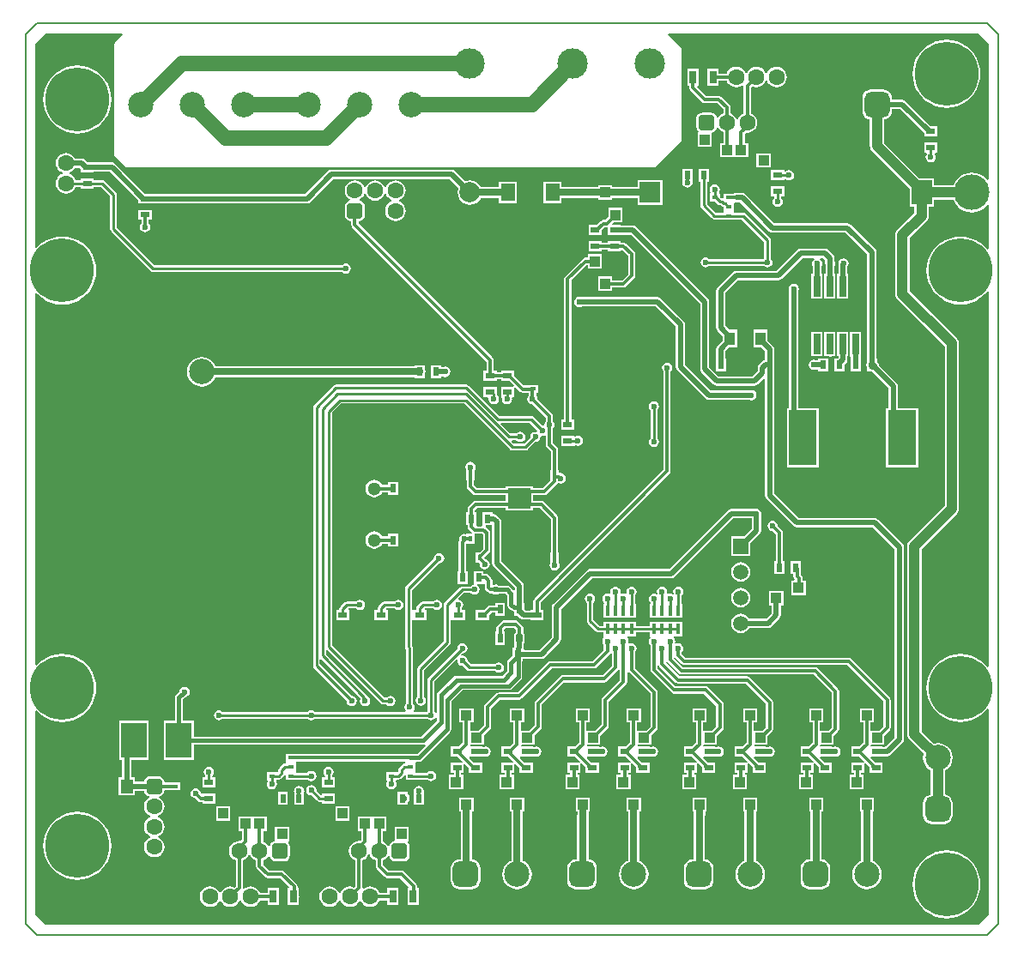
<source format=gbl>
G04*
G04 #@! TF.GenerationSoftware,Altium Limited,Altium Designer,22.5.1 (42)*
G04*
G04 Layer_Physical_Order=2*
G04 Layer_Color=16711680*
%FSLAX44Y44*%
%MOMM*%
G71*
G04*
G04 #@! TF.SameCoordinates,C65D4A69-D674-4943-BDF1-1C6FB35B3B05*
G04*
G04*
G04 #@! TF.FilePolarity,Positive*
G04*
G01*
G75*
%ADD10C,0.2000*%
%ADD12C,0.2500*%
%ADD15R,2.0000X2.4000*%
%ADD16R,0.9000X0.6000*%
%ADD17R,0.6000X0.9000*%
%ADD20R,0.4000X1.0000*%
%ADD21R,0.7000X1.3000*%
%ADD23R,0.7000X2.0000*%
%ADD56C,0.3000*%
%ADD57C,0.5000*%
%ADD58C,0.7000*%
%ADD59C,2.5000*%
G04:AMPARAMS|DCode=60|XSize=2.5mm|YSize=2.5mm|CornerRadius=0.625mm|HoleSize=0mm|Usage=FLASHONLY|Rotation=0.000|XOffset=0mm|YOffset=0mm|HoleType=Round|Shape=RoundedRectangle|*
%AMROUNDEDRECTD60*
21,1,2.5000,1.2500,0,0,0.0*
21,1,1.2500,2.5000,0,0,0.0*
1,1,1.2500,0.6250,-0.6250*
1,1,1.2500,-0.6250,-0.6250*
1,1,1.2500,-0.6250,0.6250*
1,1,1.2500,0.6250,0.6250*
%
%ADD60ROUNDEDRECTD60*%
G04:AMPARAMS|DCode=61|XSize=2.5mm|YSize=2.5mm|CornerRadius=0.625mm|HoleSize=0mm|Usage=FLASHONLY|Rotation=90.000|XOffset=0mm|YOffset=0mm|HoleType=Round|Shape=RoundedRectangle|*
%AMROUNDEDRECTD61*
21,1,2.5000,1.2500,0,0,90.0*
21,1,1.2500,2.5000,0,0,90.0*
1,1,1.2500,0.6250,0.6250*
1,1,1.2500,0.6250,-0.6250*
1,1,1.2500,-0.6250,-0.6250*
1,1,1.2500,-0.6250,0.6250*
%
%ADD61ROUNDEDRECTD61*%
%ADD62R,2.0000X2.0000*%
%ADD63C,3.0000*%
%ADD64C,2.0000*%
%ADD65C,1.6000*%
G04:AMPARAMS|DCode=66|XSize=1.6mm|YSize=1.6mm|CornerRadius=0.4mm|HoleSize=0mm|Usage=FLASHONLY|Rotation=180.000|XOffset=0mm|YOffset=0mm|HoleType=Round|Shape=RoundedRectangle|*
%AMROUNDEDRECTD66*
21,1,1.6000,0.8000,0,0,180.0*
21,1,0.8000,1.6000,0,0,180.0*
1,1,0.8000,-0.4000,0.4000*
1,1,0.8000,0.4000,0.4000*
1,1,0.8000,0.4000,-0.4000*
1,1,0.8000,-0.4000,-0.4000*
%
%ADD66ROUNDEDRECTD66*%
%ADD67C,1.5000*%
%ADD68R,1.5000X1.5000*%
%ADD69C,3.5000*%
G04:AMPARAMS|DCode=70|XSize=1.6mm|YSize=1.6mm|CornerRadius=0.4mm|HoleSize=0mm|Usage=FLASHONLY|Rotation=270.000|XOffset=0mm|YOffset=0mm|HoleType=Round|Shape=RoundedRectangle|*
%AMROUNDEDRECTD70*
21,1,1.6000,0.8000,0,0,270.0*
21,1,0.8000,1.6000,0,0,270.0*
1,1,0.8000,-0.4000,-0.4000*
1,1,0.8000,-0.4000,0.4000*
1,1,0.8000,0.4000,0.4000*
1,1,0.8000,0.4000,-0.4000*
%
%ADD70ROUNDEDRECTD70*%
%ADD71C,1.3000*%
%ADD72C,6.3000*%
%ADD73C,0.6000*%
%ADD74R,0.6000X0.4000*%
%ADD75R,1.0000X1.0000*%
%ADD76R,1.0000X1.0000*%
%ADD77R,2.2800X2.0300*%
%ADD78R,0.4000X0.6000*%
%ADD79R,1.2000X1.4000*%
%ADD80R,2.5000X3.5000*%
%ADD81R,2.8000X5.4000*%
%ADD82R,3.0000X2.0000*%
%ADD83R,1.4000X1.7000*%
G04:AMPARAMS|DCode=84|XSize=0.6mm|YSize=0.9mm|CornerRadius=0.15mm|HoleSize=0mm|Usage=FLASHONLY|Rotation=180.000|XOffset=0mm|YOffset=0mm|HoleType=Round|Shape=RoundedRectangle|*
%AMROUNDEDRECTD84*
21,1,0.6000,0.6000,0,0,180.0*
21,1,0.3000,0.9000,0,0,180.0*
1,1,0.3000,-0.1500,0.3000*
1,1,0.3000,0.1500,0.3000*
1,1,0.3000,0.1500,-0.3000*
1,1,0.3000,-0.1500,-0.3000*
%
%ADD84ROUNDEDRECTD84*%
%ADD85R,1.0000X1.3000*%
%ADD86R,1.0000X2.2000*%
G04:AMPARAMS|DCode=87|XSize=2.5mm|YSize=3.2mm|CornerRadius=0mm|HoleSize=0mm|Usage=FLASHONLY|Rotation=180.000|XOffset=0mm|YOffset=0mm|HoleType=Round|Shape=Octagon|*
%AMOCTAGOND87*
4,1,8,0.6250,-1.6000,-0.6250,-1.6000,-1.2500,-0.9750,-1.2500,0.9750,-0.6250,1.6000,0.6250,1.6000,1.2500,0.9750,1.2500,-0.9750,0.6250,-1.6000,0.0*
%
%ADD87OCTAGOND87*%

%ADD88C,0.4000*%
%ADD89C,1.0000*%
%ADD90C,1.5000*%
G36*
X950000Y880000D02*
Y745726D01*
X948730Y745272D01*
X947430Y746855D01*
X944461Y749292D01*
X941073Y751103D01*
X937398Y752218D01*
X933575Y752594D01*
X929752Y752218D01*
X926077Y751103D01*
X922689Y749292D01*
X919720Y746855D01*
X917283Y743886D01*
X915472Y740498D01*
X915339Y740060D01*
X896000D01*
Y747000D01*
X881985D01*
X847060Y781925D01*
Y805536D01*
X848404Y805712D01*
X850411Y806544D01*
X852134Y807866D01*
X853456Y809589D01*
X854288Y811596D01*
X854571Y813750D01*
Y815412D01*
X862849D01*
X886500Y791761D01*
Y788250D01*
X899500D01*
Y798250D01*
X892989D01*
X867994Y823244D01*
X866506Y824239D01*
X864750Y824588D01*
X854571D01*
Y826250D01*
X854288Y828404D01*
X853456Y830411D01*
X852134Y832134D01*
X850411Y833456D01*
X848404Y834288D01*
X846250Y834571D01*
X833750D01*
X831596Y834288D01*
X829589Y833456D01*
X827866Y832134D01*
X826544Y830411D01*
X825712Y828404D01*
X825429Y826250D01*
Y813750D01*
X825712Y811596D01*
X826544Y809589D01*
X827866Y807866D01*
X829589Y806544D01*
X831596Y805712D01*
X832940Y805536D01*
Y779000D01*
X833180Y777173D01*
X833885Y775470D01*
X835008Y774008D01*
X872000Y737015D01*
Y719000D01*
X876940D01*
Y712924D01*
X860008Y695992D01*
X858885Y694530D01*
X858180Y692827D01*
X857940Y691000D01*
Y633000D01*
X858180Y631173D01*
X858885Y629470D01*
X860008Y628008D01*
X906940Y581076D01*
Y423924D01*
X872008Y388992D01*
X870885Y387530D01*
X870180Y385827D01*
X869940Y384000D01*
Y198000D01*
X870180Y196173D01*
X870885Y194470D01*
X872008Y193008D01*
X885978Y179037D01*
X885873Y178785D01*
X885375Y175000D01*
X885873Y171215D01*
X887334Y167687D01*
X889659Y164659D01*
X892687Y162334D01*
X892940Y162230D01*
Y138665D01*
X891596Y138488D01*
X889589Y137656D01*
X887866Y136334D01*
X886544Y134611D01*
X885712Y132604D01*
X885429Y130450D01*
Y117950D01*
X885712Y115796D01*
X886544Y113789D01*
X887866Y112066D01*
X889589Y110744D01*
X891596Y109912D01*
X893750Y109629D01*
X906250D01*
X908404Y109912D01*
X910411Y110744D01*
X912134Y112066D01*
X913456Y113789D01*
X914288Y115796D01*
X914571Y117950D01*
Y130450D01*
X914288Y132604D01*
X913456Y134611D01*
X912134Y136334D01*
X910411Y137656D01*
X908404Y138488D01*
X907060Y138665D01*
Y162230D01*
X907313Y162334D01*
X910341Y164659D01*
X912666Y167687D01*
X914127Y171215D01*
X914625Y175000D01*
X914127Y178785D01*
X912666Y182313D01*
X910341Y185341D01*
X907313Y187666D01*
X903785Y189127D01*
X900000Y189625D01*
X896215Y189127D01*
X895963Y189022D01*
X884060Y200924D01*
Y381076D01*
X918992Y416007D01*
X920115Y417470D01*
X920820Y419173D01*
X921060Y421000D01*
Y584000D01*
X920820Y585827D01*
X920115Y587530D01*
X918992Y588992D01*
X872060Y635924D01*
Y688075D01*
X888992Y705008D01*
X890115Y706470D01*
X890820Y708173D01*
X891060Y710000D01*
Y719000D01*
X896000D01*
Y725940D01*
X915339D01*
X915472Y725502D01*
X917283Y722114D01*
X919720Y719145D01*
X922689Y716708D01*
X926077Y714897D01*
X929752Y713782D01*
X933575Y713406D01*
X937398Y713782D01*
X941073Y714897D01*
X944461Y716708D01*
X947430Y719145D01*
X948730Y720728D01*
X950000Y720274D01*
Y677125D01*
X948730Y676657D01*
X946078Y679761D01*
X942069Y683186D01*
X937573Y685941D01*
X932701Y687959D01*
X927574Y689190D01*
X922317Y689604D01*
X917060Y689190D01*
X911933Y687959D01*
X907061Y685941D01*
X902566Y683186D01*
X898556Y679761D01*
X895131Y675752D01*
X892376Y671256D01*
X890358Y666384D01*
X889127Y661257D01*
X888714Y656000D01*
X889127Y650743D01*
X890358Y645616D01*
X892376Y640744D01*
X895131Y636248D01*
X898556Y632239D01*
X902566Y628814D01*
X907061Y626059D01*
X911933Y624041D01*
X917060Y622810D01*
X922317Y622396D01*
X927574Y622810D01*
X932701Y624041D01*
X937573Y626059D01*
X942069Y628814D01*
X946078Y632239D01*
X948730Y635343D01*
X950000Y634875D01*
Y265125D01*
X948730Y264657D01*
X946078Y267761D01*
X942069Y271186D01*
X937573Y273941D01*
X932701Y275959D01*
X927574Y277190D01*
X922317Y277604D01*
X917060Y277190D01*
X911933Y275959D01*
X907061Y273941D01*
X902566Y271186D01*
X898556Y267761D01*
X895131Y263752D01*
X892376Y259256D01*
X890358Y254384D01*
X889127Y249257D01*
X888714Y244000D01*
X889127Y238743D01*
X890358Y233616D01*
X892376Y228744D01*
X895131Y224248D01*
X898556Y220239D01*
X902566Y216814D01*
X907061Y214059D01*
X911933Y212041D01*
X917060Y210810D01*
X922317Y210396D01*
X927574Y210810D01*
X932701Y212041D01*
X937573Y214059D01*
X942069Y216814D01*
X946078Y220239D01*
X948730Y223343D01*
X950000Y222875D01*
Y20000D01*
X940000Y10000D01*
X20000D01*
X10000Y20000D01*
Y221397D01*
X11192Y221836D01*
X12556Y220239D01*
X16565Y216814D01*
X21061Y214059D01*
X25933Y212041D01*
X31060Y210810D01*
X36317Y210396D01*
X41574Y210810D01*
X46701Y212041D01*
X51573Y214059D01*
X56069Y216814D01*
X60078Y220239D01*
X63503Y224248D01*
X66258Y228744D01*
X68276Y233616D01*
X69507Y238743D01*
X69921Y244000D01*
X69507Y249257D01*
X68276Y254384D01*
X66258Y259256D01*
X63503Y263752D01*
X60078Y267761D01*
X56069Y271186D01*
X51573Y273941D01*
X46701Y275959D01*
X41574Y277190D01*
X36317Y277604D01*
X31060Y277190D01*
X25933Y275959D01*
X21061Y273941D01*
X16565Y271186D01*
X12556Y267761D01*
X11192Y266164D01*
X10000Y266604D01*
Y633396D01*
X11192Y633836D01*
X12556Y632239D01*
X16565Y628814D01*
X21061Y626059D01*
X25933Y624041D01*
X31060Y622810D01*
X36317Y622396D01*
X41574Y622810D01*
X46701Y624041D01*
X51573Y626059D01*
X56069Y628814D01*
X60078Y632239D01*
X63503Y636248D01*
X66258Y640744D01*
X68276Y645616D01*
X69507Y650743D01*
X69921Y656000D01*
X69507Y661257D01*
X68276Y666384D01*
X66258Y671256D01*
X63503Y675752D01*
X60078Y679761D01*
X56069Y683186D01*
X51573Y685941D01*
X46701Y687959D01*
X41574Y689190D01*
X36317Y689604D01*
X31060Y689190D01*
X25933Y687959D01*
X21061Y685941D01*
X16565Y683186D01*
X12556Y679761D01*
X11192Y678164D01*
X10000Y678604D01*
Y880000D01*
X20000Y890000D01*
X95457D01*
X95943Y888827D01*
X88558Y881442D01*
X88116Y880780D01*
X87961Y880000D01*
Y770000D01*
X88116Y769220D01*
X88558Y768558D01*
X88558Y768558D01*
X98558Y758558D01*
X99220Y758116D01*
X100000Y757961D01*
X620000Y757961D01*
X620000Y757961D01*
X620780Y758116D01*
X621442Y758558D01*
X621442Y758558D01*
X646442Y783558D01*
X646884Y784220D01*
X647039Y785000D01*
X647039Y875000D01*
X646884Y875780D01*
X646442Y876442D01*
X646442Y876442D01*
X634057Y888827D01*
X634543Y890000D01*
X940000D01*
X950000Y880000D01*
D02*
G37*
%LPC*%
G36*
X741000Y857086D02*
X738390Y856743D01*
X735957Y855735D01*
X733868Y854132D01*
X732265Y852043D01*
X731687Y850648D01*
X730313D01*
X729735Y852043D01*
X728132Y854132D01*
X726043Y855735D01*
X723611Y856743D01*
X721000Y857086D01*
X718390Y856743D01*
X715957Y855735D01*
X713868Y854132D01*
X712265Y852043D01*
X711687Y850648D01*
X710313D01*
X709735Y852043D01*
X708132Y854132D01*
X706043Y855735D01*
X703611Y856743D01*
X701000Y857086D01*
X698390Y856743D01*
X695957Y855735D01*
X693868Y854132D01*
X692265Y852043D01*
X691654Y850569D01*
X684000D01*
Y855418D01*
X673000D01*
Y838419D01*
X684000D01*
Y843431D01*
X691654D01*
X692265Y841957D01*
X693868Y839868D01*
X695957Y838265D01*
X698390Y837257D01*
X701000Y836914D01*
X703611Y837257D01*
X706043Y838265D01*
X707396Y839303D01*
X708548Y838586D01*
X708431Y838000D01*
Y811345D01*
X706957Y810734D01*
X704868Y809131D01*
X703265Y807042D01*
X702687Y805648D01*
X701313D01*
X700735Y807042D01*
X699132Y809131D01*
X697043Y810734D01*
X695569Y811345D01*
Y817000D01*
X695297Y818366D01*
X694523Y819523D01*
X686523Y827523D01*
X685366Y828297D01*
X684000Y828569D01*
X671478D01*
X662802Y837245D01*
X663288Y838419D01*
X664000D01*
Y855418D01*
X653000D01*
Y847493D01*
X652902Y847000D01*
X653000Y846507D01*
Y838419D01*
X654431D01*
Y837000D01*
X654703Y835634D01*
X655477Y834477D01*
X667477Y822477D01*
X668634Y821703D01*
X670000Y821431D01*
X682522D01*
X688431Y815522D01*
Y811345D01*
X686957Y810734D01*
X684868Y809131D01*
X683265Y807042D01*
X683224Y806944D01*
X681904Y807075D01*
X681652Y808340D01*
X680326Y810325D01*
X678341Y811651D01*
X676000Y812117D01*
X668000D01*
X665659Y811651D01*
X663674Y810325D01*
X662348Y808340D01*
X661882Y805999D01*
Y797999D01*
X662348Y795658D01*
X663674Y793674D01*
X664039Y793430D01*
X663654Y792160D01*
X662902D01*
Y778160D01*
X676902D01*
Y792061D01*
X678341Y792347D01*
X680326Y793674D01*
X681652Y795658D01*
X681904Y796924D01*
X683224Y797054D01*
X683265Y796956D01*
X684868Y794867D01*
X686957Y793264D01*
X688431Y792654D01*
Y782000D01*
X685000D01*
Y768000D01*
X697730D01*
X699000Y768000D01*
Y768000D01*
X699000D01*
Y768000D01*
X713000D01*
Y782000D01*
X709569D01*
Y791003D01*
X710655Y792090D01*
X712000Y791913D01*
X714611Y792257D01*
X717043Y793264D01*
X719132Y794867D01*
X720735Y796956D01*
X721743Y799389D01*
X722086Y801999D01*
X721743Y804610D01*
X720735Y807042D01*
X719132Y809131D01*
X717043Y810734D01*
X715569Y811345D01*
Y836522D01*
X716915Y837868D01*
X718390Y837257D01*
X721000Y836914D01*
X723611Y837257D01*
X726043Y838265D01*
X728132Y839868D01*
X729735Y841957D01*
X730313Y843352D01*
X731687D01*
X732265Y841957D01*
X733868Y839868D01*
X735957Y838265D01*
X738390Y837257D01*
X741000Y836914D01*
X743611Y837257D01*
X746043Y838265D01*
X748132Y839868D01*
X749735Y841957D01*
X750743Y844389D01*
X751086Y847000D01*
X750743Y849611D01*
X749735Y852043D01*
X748132Y854132D01*
X746043Y855735D01*
X743611Y856743D01*
X741000Y857086D01*
D02*
G37*
G36*
X908600Y883704D02*
X903343Y883290D01*
X898216Y882059D01*
X893344Y880041D01*
X888848Y877286D01*
X884839Y873861D01*
X881414Y869852D01*
X878659Y865356D01*
X876641Y860484D01*
X875410Y855357D01*
X874996Y850100D01*
X875410Y844843D01*
X876641Y839716D01*
X878659Y834844D01*
X881414Y830348D01*
X884839Y826339D01*
X888848Y822914D01*
X893344Y820159D01*
X898216Y818141D01*
X903343Y816910D01*
X908600Y816497D01*
X913857Y816910D01*
X918984Y818141D01*
X923856Y820159D01*
X928352Y822914D01*
X932361Y826339D01*
X935786Y830348D01*
X938541Y834844D01*
X940559Y839716D01*
X941790Y844843D01*
X942204Y850100D01*
X941790Y855357D01*
X940559Y860484D01*
X938541Y865356D01*
X935786Y869852D01*
X932361Y873861D01*
X928352Y877286D01*
X923856Y880041D01*
X918984Y882059D01*
X913857Y883290D01*
X908600Y883704D01*
D02*
G37*
G36*
X51300Y858304D02*
X46043Y857890D01*
X40916Y856659D01*
X36044Y854641D01*
X31548Y851886D01*
X27539Y848461D01*
X24114Y844452D01*
X21359Y839956D01*
X19341Y835084D01*
X18110Y829957D01*
X17696Y824700D01*
X18110Y819443D01*
X19341Y814316D01*
X21359Y809444D01*
X24114Y804948D01*
X27539Y800939D01*
X31548Y797514D01*
X36044Y794759D01*
X40916Y792741D01*
X46043Y791510D01*
X51300Y791096D01*
X56557Y791510D01*
X61684Y792741D01*
X66556Y794759D01*
X71052Y797514D01*
X75061Y800939D01*
X78486Y804948D01*
X81241Y809444D01*
X83259Y814316D01*
X84490Y819443D01*
X84904Y824700D01*
X84490Y829957D01*
X83259Y835084D01*
X81241Y839956D01*
X78486Y844452D01*
X75061Y848461D01*
X71052Y851886D01*
X66556Y854641D01*
X61684Y856659D01*
X56557Y857890D01*
X51300Y858304D01*
D02*
G37*
G36*
X899500Y782250D02*
X886500D01*
Y772250D01*
X888299D01*
X888978Y770980D01*
X888290Y769951D01*
X887902Y768000D01*
X888290Y766049D01*
X889395Y764395D01*
X891049Y763290D01*
X893000Y762902D01*
X894951Y763290D01*
X896605Y764395D01*
X897710Y766049D01*
X898098Y768000D01*
X897710Y769951D01*
X897022Y770980D01*
X897701Y772250D01*
X899500D01*
Y782250D01*
D02*
G37*
G36*
X735098Y771840D02*
X721098D01*
Y757840D01*
X735098D01*
Y771840D01*
D02*
G37*
G36*
X753000Y755098D02*
X751049Y754710D01*
X749770Y753855D01*
X748582Y754343D01*
X748500Y754418D01*
Y755000D01*
X735500D01*
Y745000D01*
X748500D01*
Y745582D01*
X748582Y745657D01*
X749770Y746145D01*
X751049Y745290D01*
X753000Y744902D01*
X754951Y745290D01*
X756605Y746395D01*
X757710Y748049D01*
X758098Y750000D01*
X757710Y751951D01*
X756605Y753605D01*
X754951Y754710D01*
X753000Y755098D01*
D02*
G37*
G36*
X365000Y745086D02*
X362389Y744743D01*
X359957Y743735D01*
X357868Y742132D01*
X356265Y740043D01*
X355687Y738648D01*
X354313D01*
X353735Y740043D01*
X352132Y742132D01*
X350043Y743735D01*
X347611Y744743D01*
X345000Y745086D01*
X342389Y744743D01*
X339957Y743735D01*
X337868Y742132D01*
X336265Y740043D01*
X335687Y738648D01*
X334313D01*
X333735Y740043D01*
X332132Y742132D01*
X330043Y743735D01*
X327611Y744743D01*
X325000Y745086D01*
X322389Y744743D01*
X319957Y743735D01*
X317868Y742132D01*
X316265Y740043D01*
X315257Y737610D01*
X314914Y735000D01*
X315257Y732390D01*
X316265Y729957D01*
X317868Y727868D01*
X319957Y726265D01*
X320055Y726224D01*
X319925Y724904D01*
X318659Y724652D01*
X316674Y723326D01*
X315348Y721341D01*
X314883Y719000D01*
Y711000D01*
X315348Y708659D01*
X316674Y706674D01*
X318659Y705348D01*
X321000Y704883D01*
X321431D01*
Y701000D01*
X321703Y699634D01*
X322477Y698477D01*
X454931Y566022D01*
Y557230D01*
X452000D01*
Y547230D01*
X465000D01*
Y548661D01*
X469000D01*
Y547230D01*
X476953D01*
X481683Y542500D01*
X481157Y541230D01*
X469000D01*
Y531230D01*
X469066D01*
X470093Y529960D01*
X469902Y529000D01*
X470290Y527049D01*
X471395Y525395D01*
X473049Y524290D01*
X475000Y523902D01*
X476951Y524290D01*
X478605Y525395D01*
X479710Y527049D01*
X480098Y529000D01*
X479907Y529960D01*
X480934Y531230D01*
X482000D01*
Y540387D01*
X483270Y540913D01*
X487707Y536477D01*
X488865Y535703D01*
X490230Y535431D01*
X495500D01*
Y535230D01*
X496681D01*
Y532796D01*
X496395Y532605D01*
X495290Y530951D01*
X494902Y529000D01*
X495290Y527049D01*
X496395Y525395D01*
X498049Y524290D01*
X500000Y523902D01*
X500043Y523911D01*
X513431Y510522D01*
Y507629D01*
X513395Y507605D01*
X512290Y505951D01*
X511902Y504000D01*
X510819Y502935D01*
X510000Y503098D01*
X509657Y503030D01*
X501343Y511343D01*
X500268Y512061D01*
X499000Y512314D01*
X467373D01*
X437343Y542343D01*
X436268Y543061D01*
X435000Y543314D01*
X306000D01*
X304732Y543061D01*
X303657Y542343D01*
X284657Y523343D01*
X283939Y522268D01*
X283686Y521000D01*
Y266000D01*
X283939Y264732D01*
X284657Y263657D01*
X316970Y231343D01*
X316902Y231000D01*
X317290Y229049D01*
X318395Y227395D01*
X320049Y226290D01*
X322000Y225902D01*
X323951Y226290D01*
X325605Y227395D01*
X326710Y229049D01*
X327098Y231000D01*
X326710Y232951D01*
X325605Y234605D01*
X323951Y235710D01*
X322000Y236098D01*
X321657Y236030D01*
X290314Y267372D01*
Y272204D01*
X291584Y272730D01*
X330720Y233594D01*
X330290Y232951D01*
X329902Y231000D01*
X330290Y229049D01*
X331395Y227395D01*
X333049Y226290D01*
X335000Y225902D01*
X336951Y226290D01*
X338605Y227395D01*
X339710Y229049D01*
X340098Y231000D01*
X339710Y232951D01*
X338605Y234605D01*
X337512Y235335D01*
X337392Y235938D01*
X336673Y237013D01*
X296314Y277372D01*
Y281204D01*
X297584Y281730D01*
X340657Y238657D01*
X340657Y238657D01*
X350610Y228704D01*
X351685Y227985D01*
X352953Y227733D01*
X356169D01*
X356395Y227395D01*
X358049Y226290D01*
X360000Y225902D01*
X361951Y226290D01*
X363605Y227395D01*
X364710Y229049D01*
X365098Y231000D01*
X364710Y232951D01*
X363605Y234605D01*
X361951Y235710D01*
X360000Y236098D01*
X358049Y235710D01*
X356395Y234605D01*
X356232Y234361D01*
X354326D01*
X345343Y243343D01*
X302314Y286373D01*
Y515628D01*
X311373Y524686D01*
X432900D01*
X477929Y479657D01*
X479004Y478939D01*
X480272Y478686D01*
X493250D01*
X494518Y478939D01*
X495593Y479657D01*
X502657Y486720D01*
X503000Y486652D01*
X504951Y487040D01*
X506605Y488145D01*
X507710Y489799D01*
X508098Y491750D01*
X508049Y491995D01*
X509129Y493075D01*
X510000Y492902D01*
X511951Y493290D01*
X512311Y493531D01*
X513431Y492932D01*
Y484000D01*
X513703Y482634D01*
X514477Y481477D01*
X518431Y477522D01*
Y459000D01*
X518000D01*
Y449047D01*
X510522Y441569D01*
X500400D01*
Y443150D01*
X473600D01*
Y441569D01*
X445478D01*
X442569Y444478D01*
Y449000D01*
X443000D01*
Y458987D01*
X443710Y460049D01*
X444098Y462000D01*
X443710Y463951D01*
X442605Y465605D01*
X440951Y466710D01*
X439000Y467098D01*
X437049Y466710D01*
X435395Y465605D01*
X434290Y463951D01*
X433902Y462000D01*
X434290Y460049D01*
X435000Y458987D01*
Y449000D01*
X435431D01*
Y443000D01*
X435703Y441634D01*
X436477Y440477D01*
X441477Y435477D01*
X442634Y434703D01*
X444000Y434431D01*
X473600D01*
Y428569D01*
X444000D01*
X442634Y428297D01*
X441477Y427523D01*
X437477Y423523D01*
X436703Y422366D01*
X436431Y421000D01*
Y417500D01*
X435000D01*
Y404500D01*
X436431D01*
Y403000D01*
X436703Y401634D01*
X437477Y400477D01*
X440477Y397477D01*
X440786Y397270D01*
X440401Y396000D01*
X435000D01*
X435000Y396000D01*
Y396000D01*
X433730Y395953D01*
X433000Y396098D01*
X431049Y395710D01*
X429395Y394605D01*
X428290Y392951D01*
X427902Y391000D01*
X428078Y390115D01*
X427703Y389554D01*
X427431Y388188D01*
Y359500D01*
X426000D01*
Y346500D01*
X436000D01*
Y359500D01*
X434569D01*
Y384909D01*
X435000Y386000D01*
X443000D01*
Y395235D01*
X443000Y396000D01*
X444091Y396431D01*
X450522D01*
X451431Y395522D01*
Y381478D01*
X447953Y378000D01*
X444000D01*
Y368000D01*
X446953D01*
X448076Y366877D01*
X447902Y366000D01*
X448290Y364049D01*
X449395Y362395D01*
X451049Y361290D01*
X453000Y360902D01*
X454951Y361290D01*
X456605Y362395D01*
X457710Y364049D01*
X458098Y366000D01*
X457710Y367951D01*
X456605Y369605D01*
X454951Y370710D01*
X454184Y370862D01*
X452547Y372500D01*
X457523Y377477D01*
X458297Y378634D01*
X458569Y380000D01*
Y397000D01*
X458297Y398366D01*
X457523Y399523D01*
X454523Y402523D01*
X454450Y402572D01*
X454115Y404297D01*
X454252Y404500D01*
X460412D01*
Y367000D01*
X460761Y365244D01*
X461756Y363756D01*
X482639Y342872D01*
Y340925D01*
X481369Y340399D01*
X477884Y343884D01*
X476561Y344768D01*
X475000Y345078D01*
X475000Y345078D01*
X466896D01*
X465951Y345710D01*
X464000Y346098D01*
X462049Y345710D01*
X461689Y345469D01*
X460569Y346068D01*
Y350000D01*
X460297Y351366D01*
X459523Y352523D01*
X456523Y355523D01*
X455366Y356297D01*
X454000Y356569D01*
X452000D01*
Y359500D01*
X442000D01*
Y347194D01*
X442000Y346500D01*
X441057Y345711D01*
X441049Y345710D01*
X439395Y344605D01*
X439201Y344314D01*
X431000D01*
X429732Y344061D01*
X428657Y343343D01*
X413657Y328343D01*
X412939Y327268D01*
X412686Y326000D01*
Y290373D01*
X387657Y265343D01*
X386939Y264268D01*
X386686Y263000D01*
Y235299D01*
X386395Y235105D01*
X385290Y233451D01*
X384902Y231500D01*
X385290Y229549D01*
X386395Y227895D01*
X388049Y226790D01*
X390000Y226402D01*
X391951Y226790D01*
X393605Y227895D01*
X394710Y229549D01*
X395098Y231500D01*
X394710Y233451D01*
X393605Y235105D01*
X393314Y235299D01*
Y261628D01*
X418343Y286657D01*
X419061Y287732D01*
X419314Y289000D01*
Y310798D01*
X420500Y311000D01*
Y311000D01*
X433500D01*
Y321000D01*
X430314D01*
Y322201D01*
X430605Y322395D01*
X431710Y324049D01*
X432098Y326000D01*
X431710Y327951D01*
X430605Y329605D01*
X428951Y330710D01*
X427484Y331002D01*
X426976Y332290D01*
X432373Y337686D01*
X439201D01*
X439395Y337395D01*
X441049Y336290D01*
X443000Y335902D01*
X444951Y336290D01*
X446605Y337395D01*
X447710Y339049D01*
X448098Y341000D01*
X447710Y342951D01*
X446605Y344605D01*
X445669Y345230D01*
X446054Y346500D01*
X452000D01*
Y346805D01*
X453270Y347483D01*
X453431Y347375D01*
Y342757D01*
X453703Y341392D01*
X454477Y340234D01*
X456234Y338477D01*
X457392Y337703D01*
X458757Y337431D01*
X460371D01*
X460395Y337395D01*
X462049Y336290D01*
X464000Y335902D01*
X465951Y336290D01*
X466896Y336922D01*
X473311D01*
X474922Y335311D01*
Y326504D01*
X474922Y326504D01*
X475232Y324943D01*
X476116Y323620D01*
X479045Y320691D01*
X479045Y320691D01*
X480368Y319807D01*
X481929Y319497D01*
X482227D01*
Y315075D01*
X485738D01*
X488058Y312756D01*
X489546Y311761D01*
X491302Y311412D01*
X498202D01*
Y311000D01*
X511202D01*
Y321000D01*
X508271D01*
Y328224D01*
X635523Y455477D01*
X636297Y456634D01*
X636569Y458000D01*
Y556371D01*
X636605Y556395D01*
X637710Y558049D01*
X638098Y560000D01*
X637710Y561951D01*
X636605Y563605D01*
X634951Y564710D01*
X633000Y565098D01*
X631049Y564710D01*
X629395Y563605D01*
X628290Y561951D01*
X627902Y560000D01*
X628290Y558049D01*
X629395Y556395D01*
X629431Y556371D01*
Y459478D01*
X502179Y332225D01*
X501405Y331068D01*
X501133Y329702D01*
Y321000D01*
X498202D01*
Y320588D01*
X493202D01*
X492227Y321564D01*
Y328075D01*
X491815D01*
Y344773D01*
X491466Y346529D01*
X490471Y348017D01*
X469588Y368900D01*
Y407902D01*
X469239Y409658D01*
X468244Y411146D01*
X465244Y414146D01*
X463756Y415141D01*
X462000Y415490D01*
X461000D01*
Y417500D01*
X451000D01*
Y404839D01*
X451000Y404500D01*
X450183Y403569D01*
X445817D01*
X445000Y404500D01*
Y417500D01*
X443569D01*
Y419522D01*
X445478Y421431D01*
X473600D01*
Y418850D01*
X500400D01*
Y421431D01*
X507522D01*
X518431Y410522D01*
Y378000D01*
X518000D01*
Y368013D01*
X517290Y366951D01*
X516902Y365000D01*
X517290Y363049D01*
X518395Y361395D01*
X520049Y360290D01*
X522000Y359902D01*
X523951Y360290D01*
X525605Y361395D01*
X526710Y363049D01*
X527098Y365000D01*
X526710Y366951D01*
X526000Y368013D01*
Y378000D01*
X525569D01*
Y412000D01*
X525297Y413366D01*
X524523Y414523D01*
X511523Y427523D01*
X510366Y428297D01*
X509000Y428569D01*
X500569D01*
Y434431D01*
X512000D01*
X513366Y434703D01*
X514523Y435477D01*
X524523Y445477D01*
X524664Y445688D01*
X526049Y446290D01*
X528000Y445902D01*
X529951Y446290D01*
X531605Y447395D01*
X532710Y449049D01*
X533098Y451000D01*
X532710Y452951D01*
X531605Y454605D01*
X529951Y455710D01*
X528000Y456098D01*
X527270Y455953D01*
X526000Y456995D01*
Y459000D01*
X525569D01*
Y479000D01*
X525297Y480366D01*
X524523Y481523D01*
X520569Y485478D01*
Y500371D01*
X520605Y500395D01*
X521710Y502049D01*
X522098Y504000D01*
X521710Y505951D01*
X520605Y507605D01*
X520569Y507629D01*
Y512000D01*
X520297Y513366D01*
X519523Y514523D01*
X505089Y528957D01*
X505098Y529000D01*
X504710Y530951D01*
X503819Y532285D01*
Y535230D01*
X505500D01*
Y543230D01*
X495500D01*
Y542569D01*
X491708D01*
X482000Y552277D01*
Y557230D01*
X469000D01*
Y555799D01*
X465000D01*
Y557230D01*
X462069D01*
Y567500D01*
X461797Y568866D01*
X461023Y570023D01*
X328569Y702478D01*
Y704883D01*
X329000D01*
X331341Y705348D01*
X333326Y706674D01*
X334652Y708659D01*
X335117Y711000D01*
Y719000D01*
X334652Y721341D01*
X333326Y723326D01*
X331341Y724652D01*
X330075Y724904D01*
X329945Y726224D01*
X330043Y726265D01*
X332132Y727868D01*
X333735Y729957D01*
X334313Y731352D01*
X335687D01*
X336265Y729957D01*
X337868Y727868D01*
X339957Y726265D01*
X342389Y725257D01*
X345000Y724914D01*
X347611Y725257D01*
X350043Y726265D01*
X352132Y727868D01*
X353735Y729957D01*
X354313Y731352D01*
X355687D01*
X356265Y729957D01*
X357868Y727868D01*
X359957Y726265D01*
X361352Y725687D01*
Y724313D01*
X359957Y723735D01*
X357868Y722132D01*
X356265Y720043D01*
X355257Y717610D01*
X354914Y715000D01*
X355257Y712390D01*
X356265Y709957D01*
X357868Y707868D01*
X359957Y706265D01*
X362389Y705257D01*
X365000Y704914D01*
X367611Y705257D01*
X370043Y706265D01*
X372132Y707868D01*
X373735Y709957D01*
X374743Y712390D01*
X375086Y715000D01*
X374743Y717610D01*
X373735Y720043D01*
X372132Y722132D01*
X370043Y723735D01*
X368648Y724313D01*
Y725687D01*
X370043Y726265D01*
X372132Y727868D01*
X373735Y729957D01*
X374743Y732390D01*
X375086Y735000D01*
X374743Y737610D01*
X373735Y740043D01*
X372132Y742132D01*
X370043Y743735D01*
X367611Y744743D01*
X365000Y745086D01*
D02*
G37*
G36*
X628200Y745000D02*
X604200D01*
Y738608D01*
X579000D01*
Y740000D01*
X565000D01*
Y738608D01*
X529000D01*
Y743500D01*
X511000D01*
Y722500D01*
X529000D01*
Y727392D01*
X565000D01*
Y726000D01*
X579000D01*
Y727392D01*
X604200D01*
Y721000D01*
X628200D01*
Y745000D01*
D02*
G37*
G36*
X658000Y756500D02*
X648000D01*
Y743500D01*
X648000D01*
X647902Y743000D01*
X648051Y742250D01*
X648290Y741049D01*
X649395Y739395D01*
X651049Y738290D01*
X653000Y737902D01*
X654951Y738290D01*
X656605Y739395D01*
X657710Y741049D01*
X657949Y742250D01*
X658098Y743000D01*
X658000Y743500D01*
X658000D01*
Y756500D01*
D02*
G37*
G36*
X40000Y772086D02*
X37390Y771743D01*
X34957Y770735D01*
X32868Y769132D01*
X31265Y767043D01*
X30257Y764611D01*
X29914Y762000D01*
X30257Y759389D01*
X31265Y756957D01*
X32868Y754868D01*
X34957Y753265D01*
X36352Y752687D01*
Y751313D01*
X34957Y750735D01*
X32868Y749132D01*
X31265Y747043D01*
X30257Y744611D01*
X29914Y742000D01*
X30257Y739389D01*
X31265Y736957D01*
X32868Y734868D01*
X34957Y733265D01*
X37390Y732257D01*
X40000Y731914D01*
X42611Y732257D01*
X45043Y733265D01*
X47132Y734868D01*
X48735Y736957D01*
X49451Y738686D01*
X54500D01*
Y737000D01*
X67500D01*
Y738686D01*
X74627D01*
X83686Y729627D01*
Y697000D01*
X83939Y695732D01*
X84657Y694657D01*
X123657Y655657D01*
X124732Y654939D01*
X126000Y654686D01*
X312201D01*
X312395Y654395D01*
X314049Y653290D01*
X316000Y652902D01*
X317951Y653290D01*
X319605Y654395D01*
X320710Y656049D01*
X321098Y658000D01*
X320710Y659951D01*
X319605Y661605D01*
X317951Y662710D01*
X316000Y663098D01*
X314049Y662710D01*
X312395Y661605D01*
X312201Y661314D01*
X127373D01*
X90314Y698372D01*
Y731000D01*
X90061Y732268D01*
X89343Y733343D01*
X78343Y744343D01*
X77268Y745061D01*
X76000Y745314D01*
X67500D01*
Y747000D01*
X54500D01*
Y745314D01*
X49451D01*
X48735Y747043D01*
X47132Y749132D01*
X45043Y750735D01*
X43648Y751313D01*
Y752687D01*
X45043Y753265D01*
X47132Y754868D01*
X48735Y756957D01*
X48923Y757412D01*
X53600D01*
X54500Y756511D01*
Y753000D01*
X67500D01*
Y753412D01*
X83575D01*
X111476Y725511D01*
Y722000D01*
X124476D01*
Y722412D01*
X278000D01*
X279756Y722761D01*
X281244Y723756D01*
X303901Y746412D01*
X418499D01*
X427315Y737596D01*
X426709Y736133D01*
X426297Y733000D01*
X426709Y729867D01*
X427918Y726948D01*
X429841Y724442D01*
X432348Y722518D01*
X435267Y721309D01*
X438400Y720896D01*
X441533Y721309D01*
X444452Y722518D01*
X446959Y724442D01*
X448882Y726948D01*
X449066Y727392D01*
X467000D01*
Y722500D01*
X485000D01*
Y743500D01*
X467000D01*
Y738608D01*
X449066D01*
X448882Y739052D01*
X446959Y741559D01*
X444452Y743482D01*
X441533Y744691D01*
X438400Y745104D01*
X435267Y744691D01*
X433804Y744085D01*
X423644Y754244D01*
X422156Y755239D01*
X420400Y755588D01*
X302000D01*
X300244Y755239D01*
X298756Y754244D01*
X276099Y731588D01*
X124476D01*
Y732000D01*
X117964D01*
X88720Y761244D01*
X87232Y762239D01*
X85476Y762588D01*
X67500D01*
Y763000D01*
X60989D01*
X58744Y765244D01*
X57256Y766239D01*
X55500Y766588D01*
X48923D01*
X48735Y767043D01*
X47132Y769132D01*
X45043Y770735D01*
X42611Y771743D01*
X40000Y772086D01*
D02*
G37*
G36*
X748500Y739000D02*
X735500D01*
Y729000D01*
X738686D01*
Y727799D01*
X738395Y727605D01*
X737290Y725951D01*
X736902Y724000D01*
X737290Y722049D01*
X738395Y720395D01*
X740049Y719290D01*
X742000Y718902D01*
X743951Y719290D01*
X745605Y720395D01*
X746710Y722049D01*
X747098Y724000D01*
X746710Y725951D01*
X745605Y727605D01*
X745314Y727799D01*
Y729000D01*
X748500D01*
Y739000D01*
D02*
G37*
G36*
X124476Y716000D02*
X111476D01*
Y706000D01*
X114431D01*
Y702629D01*
X114395Y702605D01*
X113290Y700951D01*
X112902Y699000D01*
X113290Y697049D01*
X114395Y695395D01*
X116049Y694290D01*
X118000Y693902D01*
X119951Y694290D01*
X121605Y695395D01*
X122710Y697049D01*
X123098Y699000D01*
X122710Y700951D01*
X121605Y702605D01*
X121569Y702629D01*
Y706000D01*
X124476D01*
Y716000D01*
D02*
G37*
G36*
X587500Y685000D02*
X574500D01*
Y683569D01*
X568500D01*
Y685000D01*
X555500D01*
Y675000D01*
X568500D01*
Y676431D01*
X574500D01*
Y675000D01*
X587500D01*
Y675832D01*
X588770Y676183D01*
X594431Y670522D01*
Y652478D01*
X588522Y646569D01*
X579000D01*
Y650000D01*
X565000D01*
Y636000D01*
X579000D01*
Y639431D01*
X590000D01*
X591366Y639703D01*
X592523Y640477D01*
X600523Y648477D01*
X601297Y649634D01*
X601569Y651000D01*
Y672000D01*
X601297Y673366D01*
X600523Y674523D01*
X592523Y682523D01*
X591366Y683297D01*
X590000Y683569D01*
X587500D01*
Y685000D01*
D02*
G37*
G36*
X568840Y672098D02*
X554840D01*
Y668667D01*
X552098D01*
X550732Y668395D01*
X549575Y667621D01*
X532477Y650523D01*
X531703Y649366D01*
X531431Y648000D01*
Y509000D01*
X528500D01*
Y499000D01*
X541500D01*
Y509000D01*
X538569D01*
Y646522D01*
X553570Y661523D01*
X554840Y661515D01*
Y658098D01*
X568840D01*
Y672098D01*
D02*
G37*
G36*
X807000Y668098D02*
X805049Y667710D01*
X803395Y666605D01*
X802290Y664951D01*
X801902Y663000D01*
X801924Y662892D01*
X801762Y662079D01*
Y652575D01*
X800850D01*
Y628575D01*
X811850D01*
Y652575D01*
X810938D01*
Y659894D01*
X811710Y661049D01*
X812098Y663000D01*
X811710Y664951D01*
X810605Y666605D01*
X808951Y667710D01*
X807000Y668098D01*
D02*
G37*
G36*
X788571Y677588D02*
X765000D01*
X763244Y677239D01*
X761756Y676244D01*
X741099Y655588D01*
X701000D01*
X699244Y655239D01*
X697756Y654244D01*
X682756Y639244D01*
X681761Y637756D01*
X681412Y636000D01*
Y599500D01*
X681761Y597744D01*
X682756Y596256D01*
X688000Y591011D01*
Y586989D01*
X682756Y581744D01*
X681761Y580256D01*
X681412Y578500D01*
Y569500D01*
X681000D01*
Y556500D01*
X691000D01*
Y569500D01*
X690588D01*
Y576600D01*
X694489Y580500D01*
X702000D01*
Y597500D01*
X694489D01*
X690588Y601400D01*
Y634100D01*
X702900Y646412D01*
X743000D01*
X744756Y646761D01*
X746244Y647756D01*
X766900Y668412D01*
X777814D01*
X778199Y667142D01*
X777395Y666605D01*
X776290Y664951D01*
X775902Y663000D01*
X776290Y661049D01*
X776387Y660904D01*
Y652575D01*
X775450D01*
Y628575D01*
X786450D01*
Y652575D01*
X785563D01*
Y660829D01*
X785710Y661049D01*
X786098Y663000D01*
X785710Y664951D01*
X784605Y666605D01*
X783801Y667142D01*
X784186Y668412D01*
X786671D01*
X788912Y666171D01*
Y663771D01*
X788984Y663410D01*
X788902Y663000D01*
X789062Y662197D01*
Y652575D01*
X788150D01*
Y628575D01*
X799150D01*
Y652575D01*
X798238D01*
Y660343D01*
X798710Y661049D01*
X799098Y663000D01*
X798710Y664951D01*
X798088Y665881D01*
Y668071D01*
X797739Y669827D01*
X796744Y671315D01*
X791815Y676244D01*
X790327Y677239D01*
X788571Y677588D01*
D02*
G37*
G36*
X786450Y595425D02*
X775450D01*
Y571425D01*
X786450D01*
Y595425D01*
D02*
G37*
G36*
X799150D02*
X788150D01*
Y571425D01*
X791847D01*
X792049Y571290D01*
X794000Y570902D01*
X795951Y571290D01*
X796153Y571425D01*
X799150D01*
Y595425D01*
D02*
G37*
G36*
X792000Y569500D02*
X782000D01*
Y567588D01*
X780133D01*
X779951Y567710D01*
X778000Y568098D01*
X776049Y567710D01*
X774395Y566605D01*
X773290Y564951D01*
X772902Y563000D01*
X773290Y561049D01*
X774395Y559395D01*
X776049Y558290D01*
X778000Y557902D01*
X779951Y558290D01*
X780133Y558412D01*
X782000D01*
Y556500D01*
X792000D01*
Y569500D01*
D02*
G37*
G36*
X824550Y595425D02*
X813550D01*
Y571425D01*
X813553D01*
X813902Y571000D01*
X814161Y569697D01*
X814000Y569500D01*
X814000D01*
Y556500D01*
X824000D01*
Y569500D01*
X824000D01*
X823839Y569697D01*
X824098Y571000D01*
X824447Y571425D01*
X824550D01*
Y595425D01*
D02*
G37*
G36*
X811850D02*
X800850D01*
Y571425D01*
X801762D01*
Y569751D01*
X801511Y569500D01*
X798000D01*
Y556500D01*
X808000D01*
Y563011D01*
X809594Y564606D01*
X810589Y566094D01*
X810938Y567850D01*
Y571425D01*
X811850D01*
Y595425D01*
D02*
G37*
G36*
X410000Y562500D02*
X400000D01*
Y549500D01*
X410000D01*
Y551412D01*
X411867D01*
X412049Y551290D01*
X414000Y550902D01*
X415951Y551290D01*
X417605Y552395D01*
X418710Y554049D01*
X419098Y556000D01*
X418710Y557951D01*
X417605Y559605D01*
X415951Y560710D01*
X414000Y561098D01*
X412049Y560710D01*
X411867Y560588D01*
X410000D01*
Y562500D01*
D02*
G37*
G36*
X174000Y570625D02*
X170215Y570127D01*
X166687Y568666D01*
X163659Y566342D01*
X161334Y563313D01*
X159873Y559785D01*
X159375Y556000D01*
X159873Y552215D01*
X161334Y548687D01*
X163659Y545658D01*
X166687Y543334D01*
X170215Y541873D01*
X174000Y541375D01*
X177785Y541873D01*
X181313Y543334D01*
X184342Y545658D01*
X186666Y548687D01*
X187372Y550392D01*
X384000D01*
Y549500D01*
X394000D01*
Y553583D01*
X394181Y553854D01*
X394608Y556000D01*
X394181Y558146D01*
X394000Y558417D01*
Y562500D01*
X384000D01*
Y561608D01*
X187372D01*
X186666Y563313D01*
X184342Y566342D01*
X181313Y568666D01*
X177785Y570127D01*
X174000Y570625D01*
D02*
G37*
G36*
X546250Y630098D02*
X544299Y629710D01*
X542645Y628605D01*
X541540Y626951D01*
X541152Y625000D01*
X541540Y623049D01*
X542645Y621395D01*
X544299Y620290D01*
X546250Y619902D01*
X548201Y620290D01*
X548892Y620752D01*
X621759D01*
X641412Y601100D01*
Y561000D01*
X641761Y559244D01*
X642756Y557756D01*
X670756Y529756D01*
X672244Y528761D01*
X674000Y528412D01*
X713867D01*
X714049Y528290D01*
X716000Y527902D01*
X717951Y528290D01*
X719605Y529395D01*
X720710Y531049D01*
X721098Y533000D01*
X720710Y534951D01*
X719605Y536605D01*
X717951Y537710D01*
X716000Y538098D01*
X714049Y537710D01*
X713867Y537588D01*
X675900D01*
X650588Y562901D01*
Y603000D01*
X650239Y604756D01*
X649244Y606244D01*
X626904Y628585D01*
X625416Y629579D01*
X623660Y629928D01*
X547297D01*
X547200Y629909D01*
X546250Y630098D01*
D02*
G37*
G36*
X465000Y541230D02*
X452000D01*
Y531230D01*
X456065D01*
X457093Y529960D01*
X456902Y529000D01*
X457290Y527049D01*
X458395Y525395D01*
X460049Y524290D01*
X462000Y523902D01*
X463951Y524290D01*
X465605Y525395D01*
X466710Y527049D01*
X467098Y529000D01*
X466710Y530951D01*
X465605Y532605D01*
X465064Y532966D01*
Y534480D01*
X465000Y534800D01*
Y541230D01*
D02*
G37*
G36*
X545000Y493098D02*
X543049Y492710D01*
X542602Y492411D01*
X541500Y493000D01*
Y493000D01*
X528500D01*
Y483000D01*
X541500D01*
Y483000D01*
X542602Y483589D01*
X543049Y483290D01*
X545000Y482902D01*
X546951Y483290D01*
X548605Y484395D01*
X549710Y486049D01*
X550098Y488000D01*
X549710Y489951D01*
X548605Y491605D01*
X546951Y492710D01*
X545000Y493098D01*
D02*
G37*
G36*
X620000Y527098D02*
X618049Y526710D01*
X616395Y525605D01*
X615290Y523951D01*
X614902Y522000D01*
X615290Y520049D01*
X616395Y518395D01*
X616686Y518201D01*
Y490799D01*
X616395Y490605D01*
X615290Y488951D01*
X614902Y487000D01*
X615290Y485049D01*
X616395Y483395D01*
X618049Y482290D01*
X620000Y481902D01*
X621951Y482290D01*
X623605Y483395D01*
X624710Y485049D01*
X625098Y487000D01*
X624710Y488951D01*
X623605Y490605D01*
X623314Y490799D01*
Y518201D01*
X623605Y518395D01*
X624710Y520049D01*
X625098Y522000D01*
X624710Y523951D01*
X623605Y525605D01*
X621951Y526710D01*
X620000Y527098D01*
D02*
G37*
G36*
X674000Y756500D02*
X664000D01*
Y743500D01*
X665686D01*
Y720404D01*
X665939Y719136D01*
X666657Y718061D01*
X677061Y707657D01*
X678136Y706939D01*
X679404Y706686D01*
X689000D01*
Y706000D01*
X699000D01*
Y706686D01*
X706628D01*
X728686Y684628D01*
Y667799D01*
X728395Y667605D01*
X728201Y667314D01*
X674799D01*
X674605Y667605D01*
X672951Y668710D01*
X671000Y669098D01*
X669049Y668710D01*
X667395Y667605D01*
X666290Y665951D01*
X665902Y664000D01*
X666290Y662049D01*
X667395Y660395D01*
X669049Y659290D01*
X671000Y658902D01*
X672951Y659290D01*
X674605Y660395D01*
X674799Y660686D01*
X728201D01*
X728395Y660395D01*
X730049Y659290D01*
X732000Y658902D01*
X733951Y659290D01*
X735605Y660395D01*
X736710Y662049D01*
X737098Y664000D01*
X736710Y665951D01*
X735605Y667605D01*
X735314Y667799D01*
Y686000D01*
X735061Y687268D01*
X734343Y688343D01*
X710343Y712343D01*
X709268Y713061D01*
X708000Y713314D01*
X699686D01*
X699000Y714000D01*
Y715000D01*
X699000Y715270D01*
Y722515D01*
X700019Y723607D01*
X701000Y723412D01*
X705099D01*
X733756Y694756D01*
X735244Y693761D01*
X737000Y693412D01*
X809100D01*
X830412Y672100D01*
Y569500D01*
X830000D01*
Y565417D01*
X829819Y565146D01*
X829392Y563000D01*
X829819Y560854D01*
X830000Y560583D01*
Y556500D01*
X833583D01*
X833854Y556319D01*
X835525Y555987D01*
X851412Y540099D01*
Y520000D01*
X849000D01*
Y462000D01*
X881000D01*
Y520000D01*
X860588D01*
Y542000D01*
X860239Y543756D01*
X859244Y545244D01*
X841889Y562600D01*
X841681Y563646D01*
X840465Y565465D01*
X840000Y565776D01*
Y569500D01*
X839588D01*
Y674000D01*
X839239Y675756D01*
X838244Y677244D01*
X814244Y701244D01*
X812756Y702239D01*
X811000Y702588D01*
X738901D01*
X710244Y731244D01*
X708756Y732239D01*
X707000Y732588D01*
X701000D01*
X699244Y732239D01*
X698887Y732000D01*
X689000D01*
Y727983D01*
X688733Y727734D01*
X687730Y727168D01*
X687000Y727314D01*
X686373D01*
X685000Y728686D01*
Y732000D01*
X684868D01*
X684189Y733270D01*
X684710Y734049D01*
X685098Y736000D01*
X684710Y737951D01*
X683605Y739605D01*
X681951Y740710D01*
X680000Y741098D01*
X678049Y740710D01*
X676395Y739605D01*
X675290Y737951D01*
X674902Y736000D01*
X675290Y734049D01*
X675811Y733270D01*
X675132Y732000D01*
X675000D01*
Y724000D01*
X680314D01*
X682657Y721657D01*
X683732Y720939D01*
X685000Y720686D01*
X685628D01*
X686657Y719657D01*
X687732Y718939D01*
X688535Y718779D01*
X689000Y718314D01*
Y715270D01*
X689000Y715000D01*
Y714000D01*
X687903Y713314D01*
X680776D01*
X672314Y721776D01*
Y743500D01*
X674000D01*
Y756500D01*
D02*
G37*
G36*
X758000Y643098D02*
X756049Y642710D01*
X754395Y641605D01*
X753290Y639951D01*
X752902Y638000D01*
X753290Y636049D01*
X753412Y635867D01*
Y520000D01*
X751000D01*
Y462000D01*
X783000D01*
Y520000D01*
X762588D01*
Y635867D01*
X762710Y636049D01*
X763098Y638000D01*
X762710Y639951D01*
X761605Y641605D01*
X759951Y642710D01*
X758000Y643098D01*
D02*
G37*
G36*
X344000Y449373D02*
X341781Y449081D01*
X339713Y448225D01*
X337938Y446862D01*
X336575Y445087D01*
X335719Y443019D01*
X335427Y440800D01*
X335719Y438581D01*
X336575Y436513D01*
X337938Y434738D01*
X339713Y433375D01*
X341781Y432519D01*
X344000Y432227D01*
X346219Y432519D01*
X348287Y433375D01*
X350062Y434738D01*
X351425Y436513D01*
X351722Y437231D01*
X358000D01*
Y434500D01*
X368000D01*
Y447500D01*
X358000D01*
Y444369D01*
X351722D01*
X351425Y445087D01*
X350062Y446862D01*
X348287Y448225D01*
X346219Y449081D01*
X344000Y449373D01*
D02*
G37*
G36*
Y398573D02*
X341781Y398281D01*
X339713Y397425D01*
X337938Y396062D01*
X336575Y394287D01*
X335719Y392219D01*
X335427Y390000D01*
X335719Y387781D01*
X336575Y385713D01*
X337938Y383938D01*
X339713Y382575D01*
X341781Y381719D01*
X344000Y381427D01*
X346219Y381719D01*
X348287Y382575D01*
X350062Y383938D01*
X351425Y385713D01*
X351722Y386432D01*
X358000D01*
Y383500D01*
X368000D01*
Y396500D01*
X358000D01*
Y393569D01*
X351722D01*
X351425Y394287D01*
X350062Y396062D01*
X348287Y397425D01*
X346219Y398281D01*
X344000Y398573D01*
D02*
G37*
G36*
X721000Y421098D02*
X719049Y420710D01*
X718867Y420588D01*
X696000D01*
X694244Y420239D01*
X692756Y419244D01*
X635099Y361588D01*
X557000D01*
X555244Y361239D01*
X553756Y360244D01*
X520756Y327244D01*
X519761Y325756D01*
X519412Y324000D01*
Y293901D01*
X507099Y281588D01*
X492212D01*
X491361Y282858D01*
X491588Y284000D01*
Y287982D01*
X492024Y288634D01*
X492296Y290000D01*
Y296000D01*
X492024Y297366D01*
X491250Y298523D01*
X491094Y298628D01*
Y303407D01*
X490822Y304772D01*
X490048Y305930D01*
X486455Y309523D01*
X485297Y310297D01*
X483932Y310569D01*
X472000D01*
X470634Y310297D01*
X469477Y309523D01*
X465654Y305700D01*
X464880Y304543D01*
X464608Y303177D01*
Y299500D01*
X463177D01*
Y286500D01*
X473177D01*
Y299500D01*
X471746D01*
Y301699D01*
X473478Y303431D01*
X482453D01*
X483956Y301929D01*
Y299026D01*
X483204Y298523D01*
X482430Y297366D01*
X482158Y296000D01*
Y290000D01*
X482412Y288726D01*
Y285629D01*
X481963Y284958D01*
X481673Y283500D01*
X480702D01*
Y276394D01*
X480671Y276236D01*
X476116Y271682D01*
X475232Y270359D01*
X474922Y268798D01*
X474922Y268798D01*
Y260689D01*
X470311Y256078D01*
X425000D01*
X423439Y255768D01*
X422116Y254884D01*
X422116Y254884D01*
X407116Y239884D01*
X406232Y238561D01*
X405922Y237000D01*
X405922Y237000D01*
Y219781D01*
X404744Y219026D01*
X404652Y219038D01*
X403605Y220605D01*
X403314Y220799D01*
Y250627D01*
X424836Y272150D01*
X426006Y271524D01*
X425902Y271000D01*
X426290Y269049D01*
X427395Y267395D01*
X429049Y266290D01*
X431000Y265902D01*
X431343Y265970D01*
X435657Y261657D01*
X436732Y260939D01*
X438000Y260686D01*
X463201D01*
X463395Y260395D01*
X465049Y259290D01*
X467000Y258902D01*
X468951Y259290D01*
X470605Y260395D01*
X471710Y262049D01*
X472098Y264000D01*
X471710Y265951D01*
X470605Y267605D01*
X468951Y268710D01*
X467000Y269098D01*
X465049Y268710D01*
X463395Y267605D01*
X463201Y267314D01*
X439373D01*
X436030Y270657D01*
X436098Y271000D01*
X435710Y272951D01*
X434605Y274605D01*
X432951Y275710D01*
X431000Y276098D01*
X430476Y275994D01*
X429906Y277061D01*
X430737Y277954D01*
X431000Y277902D01*
X432951Y278290D01*
X434605Y279395D01*
X435710Y281049D01*
X436098Y283000D01*
X435710Y284951D01*
X434605Y286605D01*
X432951Y287710D01*
X431000Y288098D01*
X429049Y287710D01*
X427395Y286605D01*
X426290Y284951D01*
X425902Y283000D01*
X425970Y282657D01*
X397657Y254343D01*
X396939Y253268D01*
X396686Y252000D01*
Y220799D01*
X396395Y220605D01*
X396201Y220314D01*
X383098D01*
X382731Y221584D01*
X383710Y223049D01*
X384098Y225000D01*
X383710Y226951D01*
X382605Y228605D01*
X382314Y228799D01*
Y283474D01*
X382061Y284742D01*
X381343Y285817D01*
X381314Y285846D01*
Y310798D01*
X382500Y311000D01*
X382584Y311000D01*
X395500D01*
Y321000D01*
X394533D01*
X393869Y322270D01*
X394158Y322686D01*
X402201D01*
X402395Y322395D01*
X404049Y321290D01*
X406000Y320902D01*
X407951Y321290D01*
X409605Y322395D01*
X410710Y324049D01*
X411098Y326000D01*
X410710Y327951D01*
X409605Y329605D01*
X407951Y330710D01*
X406000Y331098D01*
X404049Y330710D01*
X402395Y329605D01*
X402201Y329314D01*
X392000D01*
X390732Y329061D01*
X389657Y328343D01*
X386657Y325343D01*
X385939Y324268D01*
X385686Y323000D01*
Y321000D01*
X382584D01*
X382500Y321000D01*
X381314Y321202D01*
Y340628D01*
X407657Y366970D01*
X408000Y366902D01*
X409951Y367290D01*
X411605Y368395D01*
X412710Y370049D01*
X413098Y372000D01*
X412710Y373951D01*
X411605Y375605D01*
X409951Y376710D01*
X408000Y377098D01*
X406049Y376710D01*
X404395Y375605D01*
X403290Y373951D01*
X402902Y372000D01*
X402970Y371657D01*
X375657Y344343D01*
X374939Y343268D01*
X374686Y342000D01*
Y284474D01*
X374939Y283206D01*
X375657Y282131D01*
X375686Y282101D01*
Y228799D01*
X375395Y228605D01*
X374290Y226951D01*
X373902Y225000D01*
X374290Y223049D01*
X375269Y221584D01*
X374902Y220314D01*
X285799D01*
X285605Y220605D01*
X283951Y221710D01*
X282000Y222098D01*
X280049Y221710D01*
X278395Y220605D01*
X278201Y220314D01*
X194799D01*
X194605Y220605D01*
X192951Y221710D01*
X191000Y222098D01*
X189049Y221710D01*
X187395Y220605D01*
X186290Y218951D01*
X185902Y217000D01*
X186290Y215049D01*
X187395Y213395D01*
X189049Y212290D01*
X191000Y211902D01*
X192951Y212290D01*
X194605Y213395D01*
X194799Y213686D01*
X278201D01*
X278395Y213395D01*
X280049Y212290D01*
X282000Y211902D01*
X283951Y212290D01*
X285605Y213395D01*
X285799Y213686D01*
X396201D01*
X396395Y213395D01*
X398049Y212290D01*
X400000Y211902D01*
X401951Y212290D01*
X403605Y213395D01*
X404652Y214962D01*
X404744Y214974D01*
X405922Y214219D01*
Y211689D01*
X390311Y196078D01*
X165950D01*
Y211500D01*
X155528D01*
Y232761D01*
X157836Y235068D01*
X158951Y235290D01*
X160605Y236395D01*
X161710Y238049D01*
X162098Y240000D01*
X161710Y241951D01*
X160605Y243605D01*
X158951Y244710D01*
X157000Y245098D01*
X155049Y244710D01*
X153395Y243605D01*
X152290Y241951D01*
X152068Y240836D01*
X148566Y237334D01*
X147682Y236011D01*
X147372Y234450D01*
X147372Y234450D01*
Y211500D01*
X136950D01*
Y172500D01*
X165950D01*
Y187922D01*
X392000D01*
X392000Y187922D01*
X393561Y188232D01*
X393885Y188449D01*
X394695Y187462D01*
X386311Y179078D01*
X380000D01*
X379606Y179000D01*
X375000D01*
Y178569D01*
X267000D01*
Y179000D01*
X257000D01*
Y171270D01*
X257000Y171000D01*
Y170000D01*
X256000Y169314D01*
X254732Y169061D01*
X253657Y168343D01*
X250657Y165343D01*
X249939Y164268D01*
X249686Y163000D01*
Y162056D01*
X248579Y160980D01*
X248000Y161000D01*
Y161000D01*
X238000D01*
Y153000D01*
X238132D01*
X238811Y151730D01*
X238290Y150951D01*
X237902Y149000D01*
X238290Y147049D01*
X239395Y145395D01*
X241049Y144290D01*
X243000Y143902D01*
X244951Y144290D01*
X246605Y145395D01*
X247710Y147049D01*
X248098Y149000D01*
X247710Y150951D01*
X247189Y151730D01*
X247868Y153000D01*
X248000D01*
Y153686D01*
X250000D01*
X251268Y153939D01*
X252343Y154657D01*
X255343Y157657D01*
X255730Y158236D01*
X257000Y157851D01*
Y153000D01*
X267000D01*
Y153686D01*
X278201D01*
X278395Y153395D01*
X280049Y152290D01*
X282000Y151902D01*
X283951Y152290D01*
X285605Y153395D01*
X286710Y155049D01*
X287098Y157000D01*
X286710Y158951D01*
X285605Y160605D01*
X283951Y161710D01*
X282000Y162098D01*
X280049Y161710D01*
X278395Y160605D01*
X278201Y160314D01*
X267686D01*
X267000Y161000D01*
Y162000D01*
X267000Y162270D01*
Y169730D01*
X267000Y170000D01*
Y171000D01*
X267431Y171431D01*
X374569D01*
X374836Y171164D01*
X374755Y169832D01*
X374000Y169314D01*
X372732Y169061D01*
X371657Y168343D01*
X368657Y165343D01*
X367939Y164268D01*
X367686Y163000D01*
Y162056D01*
X366579Y160980D01*
X366000Y161000D01*
Y161000D01*
X356000D01*
Y153000D01*
X356132D01*
X356811Y151730D01*
X356290Y150951D01*
X355902Y149000D01*
X356290Y147049D01*
X357395Y145395D01*
X359049Y144290D01*
X361000Y143902D01*
X362951Y144290D01*
X364605Y145395D01*
X365710Y147049D01*
X366098Y149000D01*
X365710Y150951D01*
X365189Y151730D01*
X365868Y153000D01*
X366000D01*
Y153686D01*
X368000D01*
X369268Y153939D01*
X370343Y154657D01*
X373343Y157657D01*
X373730Y158236D01*
X375000Y157851D01*
Y153000D01*
X385000D01*
Y153686D01*
X396201D01*
X396395Y153395D01*
X398049Y152290D01*
X400000Y151902D01*
X401951Y152290D01*
X403605Y153395D01*
X404710Y155049D01*
X405098Y157000D01*
X404710Y158951D01*
X403605Y160605D01*
X401951Y161710D01*
X400000Y162098D01*
X398049Y161710D01*
X396395Y160605D01*
X396201Y160314D01*
X385686D01*
X385000Y161000D01*
Y162000D01*
X385000Y162270D01*
Y169652D01*
X385000Y170000D01*
X385841Y170922D01*
X388000D01*
X388000Y170922D01*
X389561Y171232D01*
X390884Y172116D01*
X418884Y200116D01*
X418884Y200116D01*
X419768Y201439D01*
X420078Y203000D01*
X420078Y203000D01*
Y230311D01*
X431689Y241922D01*
X477000D01*
X477000Y241922D01*
X478561Y242232D01*
X479884Y243116D01*
X488884Y252116D01*
X488884Y252116D01*
X489768Y253439D01*
X490078Y255000D01*
Y270500D01*
X490702D01*
Y272412D01*
X509000D01*
X510756Y272761D01*
X512244Y273756D01*
X527244Y288756D01*
X528239Y290244D01*
X528588Y292000D01*
Y322099D01*
X558900Y352412D01*
X637000D01*
X638756Y352761D01*
X640244Y353756D01*
X697900Y411412D01*
X716412D01*
Y401090D01*
X708772Y393450D01*
X696260D01*
Y374450D01*
X715260D01*
Y386961D01*
X724244Y395945D01*
X725239Y397434D01*
X725588Y399189D01*
Y413867D01*
X725710Y414049D01*
X726098Y416000D01*
X725710Y417951D01*
X724605Y419605D01*
X722951Y420710D01*
X721000Y421098D01*
D02*
G37*
G36*
X737000Y409098D02*
X735049Y408710D01*
X733395Y407605D01*
X732290Y405951D01*
X731902Y404000D01*
X732290Y402049D01*
X733395Y400395D01*
X735049Y399290D01*
X737000Y398902D01*
X737043Y398911D01*
X740192Y395762D01*
Y369350D01*
X738760D01*
Y356350D01*
X748760D01*
Y369350D01*
X747329D01*
Y397240D01*
X747057Y398605D01*
X746284Y399763D01*
X742089Y403957D01*
X742098Y404000D01*
X741710Y405951D01*
X740605Y407605D01*
X738951Y408710D01*
X737000Y409098D01*
D02*
G37*
G36*
X705760Y368132D02*
X703280Y367805D01*
X700969Y366848D01*
X698985Y365325D01*
X697462Y363341D01*
X696505Y361030D01*
X696178Y358550D01*
X696505Y356070D01*
X697462Y353759D01*
X698985Y351774D01*
X700969Y350252D01*
X703280Y349294D01*
X705760Y348968D01*
X708240Y349294D01*
X710551Y350252D01*
X712536Y351774D01*
X714058Y353759D01*
X715016Y356070D01*
X715342Y358550D01*
X715016Y361030D01*
X714058Y363341D01*
X712536Y365325D01*
X710551Y366848D01*
X708240Y367805D01*
X705760Y368132D01*
D02*
G37*
G36*
X644000Y344098D02*
X642049Y343710D01*
X640395Y342605D01*
X639290Y340951D01*
X638902Y339000D01*
X639223Y337388D01*
X638331Y336610D01*
X638194Y336548D01*
X637951Y336710D01*
X636000Y337098D01*
X634049Y336710D01*
X633806Y336548D01*
X633669Y336610D01*
X632777Y337388D01*
X633098Y339000D01*
X632710Y340951D01*
X631605Y342605D01*
X629951Y343710D01*
X628000Y344098D01*
X626049Y343710D01*
X624395Y342605D01*
X623290Y340951D01*
X622902Y339000D01*
X623223Y337388D01*
X622331Y336610D01*
X622193Y336548D01*
X621951Y336710D01*
X620000Y337098D01*
X618049Y336710D01*
X616395Y335605D01*
X615290Y333951D01*
X614902Y332000D01*
X615290Y330049D01*
X616395Y328395D01*
X616686Y328201D01*
Y327000D01*
X616000D01*
Y313000D01*
X622730D01*
X624000Y313000D01*
Y313000D01*
X624000D01*
Y313000D01*
X638730D01*
X640000Y313000D01*
Y313000D01*
X640000D01*
Y313000D01*
X648000D01*
Y327000D01*
X647314D01*
Y335201D01*
X647605Y335395D01*
X648710Y337049D01*
X649098Y339000D01*
X648710Y340951D01*
X647605Y342605D01*
X645951Y343710D01*
X644000Y344098D01*
D02*
G37*
G36*
X598000D02*
X596049Y343710D01*
X594395Y342605D01*
X593290Y340951D01*
X592902Y339000D01*
X593223Y337388D01*
X592331Y336610D01*
X592193Y336548D01*
X591951Y336710D01*
X590000Y337098D01*
X588049Y336710D01*
X587807Y336548D01*
X587669Y336610D01*
X586777Y337388D01*
X587098Y339000D01*
X586710Y340951D01*
X585605Y342605D01*
X583951Y343710D01*
X582000Y344098D01*
X580049Y343710D01*
X578395Y342605D01*
X577290Y340951D01*
X576902Y339000D01*
X577223Y337388D01*
X576331Y336610D01*
X576194Y336548D01*
X575951Y336710D01*
X574000Y337098D01*
X572049Y336710D01*
X570395Y335605D01*
X569290Y333951D01*
X568902Y332000D01*
X569290Y330049D01*
X570395Y328395D01*
X570686Y328201D01*
Y327000D01*
X570000D01*
Y313000D01*
X576730D01*
X578000Y313000D01*
Y313000D01*
X578000D01*
Y313000D01*
X592730D01*
X594000Y313000D01*
Y313000D01*
X594000D01*
Y313000D01*
X602000D01*
Y327000D01*
X601314D01*
Y335201D01*
X601605Y335395D01*
X602710Y337049D01*
X603098Y339000D01*
X602710Y340951D01*
X601605Y342605D01*
X599951Y343710D01*
X598000Y344098D01*
D02*
G37*
G36*
X764760Y369350D02*
X754760D01*
Y356350D01*
X757582D01*
Y353850D01*
X757853Y352484D01*
X758627Y351326D01*
X758834Y351120D01*
X758307Y349850D01*
X755760D01*
Y335850D01*
X769760D01*
Y349850D01*
X766569D01*
Y352000D01*
X766297Y353366D01*
X765523Y354523D01*
X764906Y355140D01*
X764760Y356350D01*
X764760Y356350D01*
X764760Y356350D01*
Y369350D01*
D02*
G37*
G36*
X705760Y342732D02*
X703280Y342405D01*
X700969Y341448D01*
X698985Y339925D01*
X697462Y337941D01*
X696505Y335630D01*
X696178Y333150D01*
X696505Y330670D01*
X697462Y328359D01*
X698985Y326374D01*
X700969Y324851D01*
X703280Y323894D01*
X705760Y323568D01*
X708240Y323894D01*
X710551Y324851D01*
X712536Y326374D01*
X714058Y328359D01*
X715016Y330670D01*
X715342Y333150D01*
X715016Y335630D01*
X714058Y337941D01*
X712536Y339925D01*
X710551Y341448D01*
X708240Y342405D01*
X705760Y342732D01*
D02*
G37*
G36*
X368000Y331098D02*
X366049Y330710D01*
X364395Y329605D01*
X364201Y329314D01*
X354000D01*
X352732Y329061D01*
X351657Y328343D01*
X348657Y325343D01*
X347939Y324268D01*
X347686Y323000D01*
Y321000D01*
X344500D01*
Y311000D01*
X357500D01*
Y321000D01*
X356532D01*
X355869Y322270D01*
X356158Y322686D01*
X364201D01*
X364395Y322395D01*
X366049Y321290D01*
X368000Y320902D01*
X369951Y321290D01*
X371605Y322395D01*
X372710Y324049D01*
X373098Y326000D01*
X372710Y327951D01*
X371605Y329605D01*
X369951Y330710D01*
X368000Y331098D01*
D02*
G37*
G36*
X330000D02*
X328049Y330710D01*
X326395Y329605D01*
X326201Y329314D01*
X317000D01*
X315732Y329061D01*
X314657Y328343D01*
X310657Y324343D01*
X309939Y323268D01*
X309686Y322000D01*
Y321000D01*
X306500D01*
Y311000D01*
X319500D01*
Y321000D01*
X319331D01*
X318695Y322270D01*
X319006Y322686D01*
X326201D01*
X326395Y322395D01*
X328049Y321290D01*
X330000Y320902D01*
X331951Y321290D01*
X333605Y322395D01*
X334710Y324049D01*
X335098Y326000D01*
X334710Y327951D01*
X333605Y329605D01*
X331951Y330710D01*
X330000Y331098D01*
D02*
G37*
G36*
X473177Y328075D02*
X463177D01*
Y325569D01*
X458202D01*
X456836Y325297D01*
X455679Y324523D01*
X452155Y321000D01*
X444202D01*
Y311000D01*
X457202D01*
Y315953D01*
X459680Y318431D01*
X463177D01*
Y315075D01*
X473177D01*
Y328075D01*
D02*
G37*
G36*
X747662Y339690D02*
X733662D01*
Y325690D01*
X736074D01*
Y317563D01*
X730849Y312338D01*
X714142D01*
X714058Y312541D01*
X712536Y314525D01*
X710551Y316048D01*
X708240Y317005D01*
X705760Y317332D01*
X703280Y317005D01*
X700969Y316048D01*
X698985Y314525D01*
X697462Y312541D01*
X696505Y310230D01*
X696178Y307750D01*
X696505Y305270D01*
X697462Y302959D01*
X698985Y300974D01*
X700969Y299452D01*
X703280Y298494D01*
X705760Y298168D01*
X708240Y298494D01*
X710551Y299452D01*
X712536Y300974D01*
X714058Y302959D01*
X714142Y303162D01*
X732750D01*
X734506Y303511D01*
X735994Y304505D01*
X743906Y312418D01*
X744901Y313906D01*
X745250Y315662D01*
Y325690D01*
X747662D01*
Y339690D01*
D02*
G37*
G36*
X589160Y717902D02*
X575160D01*
Y708949D01*
X572231Y706020D01*
X569951D01*
X568585Y705748D01*
X567428Y704974D01*
X563453Y701000D01*
X555500D01*
Y691000D01*
X568500D01*
Y695953D01*
X571429Y698882D01*
X573709D01*
X574500Y698233D01*
Y691000D01*
X587500D01*
Y691412D01*
X597100D01*
X613756Y674756D01*
X613756Y674756D01*
X665412Y623100D01*
Y558899D01*
X665761Y557144D01*
X666756Y555655D01*
X678655Y543756D01*
X680144Y542761D01*
X681899Y542412D01*
X719000D01*
X720756Y542761D01*
X722244Y543756D01*
X728239Y549750D01*
X729412Y549264D01*
Y434000D01*
X729761Y432244D01*
X730756Y430756D01*
X757756Y403756D01*
X759244Y402761D01*
X761000Y402412D01*
X836099D01*
X857412Y381100D01*
Y194900D01*
X848512Y186001D01*
X847049Y185710D01*
X846867Y185588D01*
X845500D01*
Y186000D01*
X834565D01*
X833772Y187223D01*
X833822Y187355D01*
X834314Y187902D01*
X847160D01*
Y196855D01*
X852523Y202219D01*
X853297Y203376D01*
X853569Y204742D01*
Y232000D01*
X853297Y233366D01*
X852523Y234523D01*
X814523Y272523D01*
X813366Y273297D01*
X812000Y273569D01*
X651478D01*
X647569Y277478D01*
Y279371D01*
X647605Y279395D01*
X648710Y281049D01*
X649098Y283000D01*
X648710Y284951D01*
X647605Y286605D01*
X645951Y287710D01*
X644000Y288098D01*
X642049Y287710D01*
X641806Y287548D01*
X641669Y287610D01*
X640777Y288388D01*
X641098Y290000D01*
X640710Y291951D01*
X639605Y293605D01*
X639417Y293730D01*
X639482Y293944D01*
X640000Y295000D01*
X640000D01*
X640000Y295000D01*
X648000D01*
Y309000D01*
X641270D01*
X640000Y309000D01*
Y309000D01*
X640000D01*
Y309000D01*
X625270D01*
X624000Y309000D01*
Y309000D01*
X624000D01*
Y309000D01*
X616000D01*
Y305314D01*
X602000D01*
Y309000D01*
X595270D01*
X594000Y309000D01*
Y309000D01*
X594000D01*
Y309000D01*
X579270D01*
X578000Y309000D01*
Y309000D01*
X578000D01*
Y309000D01*
X570000D01*
Y305314D01*
X566605D01*
X560314Y311605D01*
Y328201D01*
X560605Y328395D01*
X561710Y330049D01*
X562098Y332000D01*
X561710Y333951D01*
X560605Y335605D01*
X558951Y336710D01*
X557000Y337098D01*
X555049Y336710D01*
X553395Y335605D01*
X552290Y333951D01*
X551902Y332000D01*
X552290Y330049D01*
X553395Y328395D01*
X553686Y328201D01*
Y310232D01*
X553939Y308964D01*
X554657Y307889D01*
X562889Y299657D01*
X563964Y298939D01*
X565232Y298686D01*
X570000D01*
Y295000D01*
X570197D01*
X570583Y293730D01*
X570395Y293605D01*
X569290Y291951D01*
X568902Y290000D01*
X569290Y288049D01*
X570395Y286395D01*
X570431Y286371D01*
Y281478D01*
X559522Y270569D01*
X518000D01*
X516634Y270297D01*
X515477Y269523D01*
X485522Y239569D01*
X467000D01*
X465634Y239297D01*
X464477Y238523D01*
X453477Y227523D01*
X452703Y226366D01*
X452431Y225000D01*
Y207220D01*
X447113Y201902D01*
X438569D01*
Y210000D01*
X442000D01*
Y224000D01*
X428000D01*
Y210000D01*
X431431D01*
Y189978D01*
X427453Y186000D01*
X419500D01*
Y176000D01*
X426461D01*
X426477Y175977D01*
X431280Y171173D01*
X430794Y170000D01*
X419500D01*
Y160000D01*
X422431D01*
Y158098D01*
X417840D01*
Y144098D01*
X431840D01*
Y158098D01*
X429569D01*
Y160000D01*
X432500D01*
Y168294D01*
X433673Y168780D01*
X437500Y164953D01*
Y160000D01*
X450500D01*
Y170000D01*
X442547D01*
X437817Y174730D01*
X438343Y176000D01*
X450500D01*
Y176412D01*
X451867D01*
X452049Y176290D01*
X454000Y175902D01*
X455951Y176290D01*
X457605Y177395D01*
X458710Y179049D01*
X459098Y181000D01*
X458710Y182951D01*
X457605Y184605D01*
X455951Y185710D01*
X454000Y186098D01*
X452049Y185710D01*
X451867Y185588D01*
X450500D01*
Y186000D01*
X439565D01*
X438772Y187223D01*
X438822Y187355D01*
X439314Y187902D01*
X452160D01*
Y196855D01*
X458523Y203219D01*
X459297Y204376D01*
X459569Y205742D01*
Y223522D01*
X468478Y232431D01*
X487000D01*
X488366Y232703D01*
X489523Y233477D01*
X519478Y263431D01*
X561000D01*
X562366Y263703D01*
X563523Y264477D01*
X576523Y277477D01*
X577161Y278432D01*
X578062Y278355D01*
X578431Y278220D01*
Y265478D01*
X569522Y256569D01*
X530000D01*
X528634Y256297D01*
X527477Y255523D01*
X503477Y231523D01*
X502703Y230366D01*
X502431Y229000D01*
Y207220D01*
X497113Y201902D01*
X488569D01*
Y210000D01*
X492000D01*
Y224000D01*
X478000D01*
Y210000D01*
X481431D01*
Y189978D01*
X477453Y186000D01*
X469500D01*
Y176000D01*
X476461D01*
X476477Y175977D01*
X481280Y171173D01*
X480794Y170000D01*
X469500D01*
Y160000D01*
X472431D01*
Y158098D01*
X467840D01*
Y144098D01*
X481840D01*
Y158098D01*
X479569D01*
Y160000D01*
X482500D01*
Y168294D01*
X483673Y168780D01*
X487500Y164953D01*
Y160000D01*
X500500D01*
Y170000D01*
X492547D01*
X487817Y174730D01*
X488343Y176000D01*
X500500D01*
Y176412D01*
X501867D01*
X502049Y176290D01*
X504000Y175902D01*
X505951Y176290D01*
X507605Y177395D01*
X508710Y179049D01*
X509098Y181000D01*
X508710Y182951D01*
X507605Y184605D01*
X505951Y185710D01*
X504000Y186098D01*
X502049Y185710D01*
X501867Y185588D01*
X500500D01*
Y186000D01*
X489565D01*
X488772Y187223D01*
X488822Y187355D01*
X489314Y187902D01*
X502160D01*
Y196855D01*
X508523Y203219D01*
X509297Y204376D01*
X509569Y205742D01*
Y227522D01*
X531478Y249431D01*
X571000D01*
X572366Y249703D01*
X573523Y250477D01*
X584523Y261477D01*
X585161Y262432D01*
X586063Y262355D01*
X586431Y262220D01*
Y251478D01*
X569477Y234523D01*
X568703Y233366D01*
X568431Y232000D01*
Y208220D01*
X562113Y201902D01*
X553569D01*
Y210000D01*
X557000D01*
Y224000D01*
X543000D01*
Y210000D01*
X546431D01*
Y189978D01*
X542453Y186000D01*
X534500D01*
Y176000D01*
X542453D01*
X547183Y171270D01*
X546657Y170000D01*
X534500D01*
Y160000D01*
X537431D01*
Y158098D01*
X532840D01*
Y144098D01*
X546840D01*
Y158098D01*
X544569D01*
Y160000D01*
X547500D01*
Y169157D01*
X548770Y169683D01*
X552500Y165953D01*
Y160000D01*
X565500D01*
Y170000D01*
X558539D01*
X558523Y170023D01*
X553720Y174827D01*
X554206Y176000D01*
X565500D01*
Y176412D01*
X566867D01*
X567049Y176290D01*
X569000Y175902D01*
X570951Y176290D01*
X572605Y177395D01*
X573710Y179049D01*
X574098Y181000D01*
X573710Y182951D01*
X572605Y184605D01*
X570951Y185710D01*
X569000Y186098D01*
X567049Y185710D01*
X566867Y185588D01*
X565500D01*
Y186000D01*
X554565D01*
X553772Y187223D01*
X553822Y187355D01*
X554314Y187902D01*
X567160D01*
Y196855D01*
X574523Y204219D01*
X575297Y205376D01*
X575569Y206742D01*
Y230522D01*
X592523Y247477D01*
X593297Y248634D01*
X593569Y250000D01*
Y260220D01*
X593938Y260355D01*
X594839Y260432D01*
X595477Y259477D01*
X616431Y238522D01*
Y206220D01*
X612113Y201902D01*
X603569D01*
Y210000D01*
X607000D01*
Y224000D01*
X593000D01*
Y210000D01*
X596431D01*
Y189978D01*
X592453Y186000D01*
X584500D01*
Y176000D01*
X592453D01*
X597183Y171270D01*
X596657Y170000D01*
X584500D01*
Y160000D01*
X587431D01*
Y158098D01*
X582840D01*
Y144098D01*
X596840D01*
Y158098D01*
X594569D01*
Y160000D01*
X597500D01*
Y169157D01*
X598770Y169683D01*
X602500Y165953D01*
Y160000D01*
X615500D01*
Y170000D01*
X608539D01*
X608523Y170023D01*
X603720Y174827D01*
X604206Y176000D01*
X615500D01*
Y176412D01*
X616867D01*
X617049Y176290D01*
X619000Y175902D01*
X620951Y176290D01*
X622605Y177395D01*
X623710Y179049D01*
X624098Y181000D01*
X623710Y182951D01*
X622605Y184605D01*
X620951Y185710D01*
X619000Y186098D01*
X617049Y185710D01*
X616867Y185588D01*
X615500D01*
Y186000D01*
X604565D01*
X603772Y187223D01*
X603822Y187355D01*
X604314Y187902D01*
X617160D01*
Y196855D01*
X622523Y202219D01*
X623297Y203376D01*
X623569Y204742D01*
Y240000D01*
X623297Y241366D01*
X622523Y242523D01*
X601569Y263478D01*
Y279371D01*
X601605Y279395D01*
X602710Y281049D01*
X603098Y283000D01*
X602710Y284951D01*
X601605Y286605D01*
X599951Y287710D01*
X598000Y288098D01*
X596049Y287710D01*
X595807Y287548D01*
X595669Y287610D01*
X594777Y288388D01*
X595098Y290000D01*
X594710Y291951D01*
X593605Y293605D01*
X593417Y293730D01*
X593483Y293944D01*
X594000Y295000D01*
X594000D01*
X594000Y295000D01*
X602000D01*
Y298686D01*
X616000D01*
Y295000D01*
X616197D01*
X616583Y293730D01*
X616395Y293605D01*
X615290Y291951D01*
X614902Y290000D01*
X615290Y288049D01*
X616395Y286395D01*
X616431Y286371D01*
Y262000D01*
X616703Y260634D01*
X617477Y259477D01*
X637477Y239477D01*
X638634Y238703D01*
X640000Y238431D01*
X669522D01*
X681431Y226522D01*
Y206220D01*
X677113Y201902D01*
X668569D01*
Y210000D01*
X672000D01*
Y224000D01*
X658000D01*
Y210000D01*
X661431D01*
Y189978D01*
X657453Y186000D01*
X649500D01*
Y176000D01*
X657453D01*
X662183Y171270D01*
X661657Y170000D01*
X649500D01*
Y160000D01*
X652431D01*
Y158098D01*
X647840D01*
Y144098D01*
X661840D01*
Y158098D01*
X659569D01*
Y160000D01*
X662500D01*
Y169157D01*
X663770Y169683D01*
X667500Y165953D01*
Y160000D01*
X680500D01*
Y170000D01*
X673539D01*
X673523Y170023D01*
X668720Y174827D01*
X669206Y176000D01*
X680500D01*
Y176412D01*
X681867D01*
X682049Y176290D01*
X684000Y175902D01*
X685951Y176290D01*
X687605Y177395D01*
X688710Y179049D01*
X689098Y181000D01*
X688710Y182951D01*
X687605Y184605D01*
X685951Y185710D01*
X684000Y186098D01*
X682049Y185710D01*
X681867Y185588D01*
X680500D01*
Y186000D01*
X669565D01*
X668772Y187223D01*
X668822Y187355D01*
X669314Y187902D01*
X682160D01*
Y196855D01*
X687523Y202219D01*
X688297Y203376D01*
X688569Y204742D01*
Y228000D01*
X688297Y229366D01*
X687523Y230523D01*
X673523Y244523D01*
X672366Y245297D01*
X671000Y245569D01*
X641478D01*
X623569Y263478D01*
Y266220D01*
X623937Y266355D01*
X624839Y266432D01*
X625477Y265477D01*
X641477Y249477D01*
X642634Y248703D01*
X644000Y248431D01*
X710522D01*
X730431Y228522D01*
Y205220D01*
X727113Y201902D01*
X718569D01*
Y210000D01*
X722000D01*
Y224000D01*
X708000D01*
Y210000D01*
X711431D01*
Y189978D01*
X707453Y186000D01*
X699500D01*
Y176000D01*
X707453D01*
X712183Y171270D01*
X711657Y170000D01*
X699500D01*
Y160000D01*
X702431D01*
Y158098D01*
X697840D01*
Y144098D01*
X711840D01*
Y158098D01*
X709569D01*
Y160000D01*
X712500D01*
Y169157D01*
X713770Y169683D01*
X717500Y165953D01*
Y160000D01*
X730500D01*
Y170000D01*
X723539D01*
X723523Y170023D01*
X718720Y174827D01*
X719206Y176000D01*
X730500D01*
Y176412D01*
X731867D01*
X732049Y176290D01*
X734000Y175902D01*
X735951Y176290D01*
X737605Y177395D01*
X738710Y179049D01*
X739098Y181000D01*
X738710Y182951D01*
X737605Y184605D01*
X735951Y185710D01*
X734000Y186098D01*
X732049Y185710D01*
X731867Y185588D01*
X730500D01*
Y186000D01*
X719565D01*
X718772Y187223D01*
X718822Y187355D01*
X719314Y187902D01*
X732160D01*
Y196855D01*
X736523Y201219D01*
X737297Y202376D01*
X737569Y203742D01*
Y230000D01*
X737297Y231366D01*
X736523Y232523D01*
X714523Y254523D01*
X713366Y255297D01*
X712000Y255569D01*
X645478D01*
X632015Y269032D01*
X631997Y269336D01*
X632015Y269379D01*
X633441Y269530D01*
X633477Y269477D01*
X644477Y258477D01*
X645635Y257703D01*
X647000Y257431D01*
X777522D01*
X795431Y239522D01*
Y205220D01*
X792113Y201902D01*
X783569D01*
Y210000D01*
X787000D01*
Y224000D01*
X773000D01*
Y210000D01*
X776431D01*
Y189978D01*
X772453Y186000D01*
X764500D01*
Y176000D01*
X772453D01*
X777183Y171270D01*
X776657Y170000D01*
X764500D01*
Y160000D01*
X767431D01*
Y158098D01*
X762840D01*
Y144098D01*
X776840D01*
Y158098D01*
X774569D01*
Y160000D01*
X777500D01*
Y169157D01*
X778770Y169683D01*
X782500Y165953D01*
Y160000D01*
X795500D01*
Y170000D01*
X788539D01*
X788523Y170023D01*
X783720Y174827D01*
X784206Y176000D01*
X795500D01*
Y176412D01*
X796867D01*
X797049Y176290D01*
X799000Y175902D01*
X800951Y176290D01*
X802605Y177395D01*
X803710Y179049D01*
X804098Y181000D01*
X803710Y182951D01*
X802605Y184605D01*
X800951Y185710D01*
X799000Y186098D01*
X797049Y185710D01*
X796867Y185588D01*
X795500D01*
Y186000D01*
X784565D01*
X783772Y187223D01*
X783822Y187355D01*
X784314Y187902D01*
X797160D01*
Y196855D01*
X801523Y201219D01*
X802297Y202376D01*
X802569Y203742D01*
Y241000D01*
X802297Y242366D01*
X801523Y243523D01*
X781523Y263523D01*
X780366Y264297D01*
X779000Y264569D01*
X648478D01*
X640015Y273032D01*
X639998Y273335D01*
X640015Y273378D01*
X641441Y273529D01*
X641477Y273477D01*
X647477Y267477D01*
X648634Y266703D01*
X650000Y266431D01*
X810522D01*
X846431Y230522D01*
Y206220D01*
X842113Y201902D01*
X833569D01*
Y210000D01*
X837000D01*
Y224000D01*
X823000D01*
Y210000D01*
X826431D01*
Y189978D01*
X822453Y186000D01*
X814500D01*
Y176000D01*
X822453D01*
X827183Y171270D01*
X826657Y170000D01*
X814500D01*
Y160000D01*
X817431D01*
Y158098D01*
X812840D01*
Y144098D01*
X826840D01*
Y158098D01*
X824569D01*
Y160000D01*
X827500D01*
Y169157D01*
X828770Y169683D01*
X832500Y165953D01*
Y160000D01*
X845500D01*
Y170000D01*
X838539D01*
X838523Y170023D01*
X833720Y174827D01*
X834206Y176000D01*
X845500D01*
Y176412D01*
X846867D01*
X847049Y176290D01*
X849000Y175902D01*
X850951Y176290D01*
X851613Y176733D01*
X851756Y176761D01*
X853244Y177756D01*
X865244Y189756D01*
X866239Y191244D01*
X866588Y193000D01*
Y383000D01*
X866239Y384756D01*
X865244Y386244D01*
X841244Y410244D01*
X839756Y411239D01*
X838000Y411588D01*
X762900D01*
X738588Y435900D01*
Y556500D01*
X739000D01*
Y569500D01*
X738588D01*
Y578500D01*
X738239Y580256D01*
X737244Y581744D01*
X732000Y586989D01*
Y597500D01*
X718000D01*
Y580500D01*
X725511D01*
X729412Y576600D01*
Y569500D01*
X729000D01*
Y567389D01*
X728244Y567239D01*
X726756Y566244D01*
X723756Y563244D01*
X722761Y561756D01*
X722412Y560000D01*
Y556900D01*
X717100Y551588D01*
X683800D01*
X674588Y560800D01*
Y625000D01*
X674239Y626756D01*
X673244Y628244D01*
X620244Y681244D01*
X620244Y681244D01*
X602244Y699244D01*
X600756Y700239D01*
X599000Y700588D01*
X587500D01*
Y701000D01*
X578964D01*
X578478Y702173D01*
X580207Y703902D01*
X589160D01*
Y717902D01*
D02*
G37*
G36*
X299000Y166098D02*
X297049Y165710D01*
X295395Y164605D01*
X294290Y162951D01*
X293902Y161000D01*
X294290Y159049D01*
X295395Y157395D01*
X295686Y157201D01*
Y156000D01*
X292500D01*
Y146000D01*
X305500D01*
Y156000D01*
X302314D01*
Y157201D01*
X302605Y157395D01*
X303710Y159049D01*
X304098Y161000D01*
X303710Y162951D01*
X302605Y164605D01*
X300951Y165710D01*
X299000Y166098D01*
D02*
G37*
G36*
X181000D02*
X179049Y165710D01*
X177395Y164605D01*
X176290Y162951D01*
X175902Y161000D01*
X176290Y159049D01*
X177395Y157395D01*
X177686Y157201D01*
Y156000D01*
X174500D01*
Y146000D01*
X187500D01*
Y156000D01*
X184314D01*
Y157201D01*
X184605Y157395D01*
X185710Y159049D01*
X186098Y161000D01*
X185710Y162951D01*
X184605Y164605D01*
X182951Y165710D01*
X181000Y166098D01*
D02*
G37*
G36*
X121500Y211500D02*
X92500D01*
Y172500D01*
X95412D01*
Y156000D01*
X92000D01*
Y138000D01*
X108000D01*
Y142412D01*
X117000D01*
X117348Y140659D01*
X118674Y138674D01*
X120659Y137348D01*
X121925Y137096D01*
X122055Y135776D01*
X121957Y135735D01*
X119868Y134132D01*
X118265Y132043D01*
X117257Y129611D01*
X116914Y127000D01*
X117257Y124389D01*
X118265Y121957D01*
X119868Y119868D01*
X121957Y118265D01*
X123352Y117687D01*
Y116313D01*
X121957Y115735D01*
X119868Y114132D01*
X118265Y112043D01*
X117257Y109611D01*
X116914Y107000D01*
X117257Y104389D01*
X118265Y101957D01*
X119868Y99868D01*
X121957Y98265D01*
X123352Y97687D01*
Y96313D01*
X121957Y95735D01*
X119868Y94132D01*
X118265Y92043D01*
X117257Y89611D01*
X116914Y87000D01*
X117257Y84389D01*
X118265Y81957D01*
X119868Y79868D01*
X121957Y78265D01*
X124389Y77257D01*
X127000Y76914D01*
X129611Y77257D01*
X132043Y78265D01*
X134132Y79868D01*
X135735Y81957D01*
X136743Y84389D01*
X137086Y87000D01*
X136743Y89611D01*
X135735Y92043D01*
X134132Y94132D01*
X132043Y95735D01*
X130648Y96313D01*
Y97687D01*
X132043Y98265D01*
X134132Y99868D01*
X135735Y101957D01*
X136743Y104389D01*
X137086Y107000D01*
X136743Y109611D01*
X135735Y112043D01*
X134132Y114132D01*
X132043Y115735D01*
X130648Y116313D01*
Y117687D01*
X132043Y118265D01*
X134132Y119868D01*
X135735Y121957D01*
X136743Y124389D01*
X137086Y127000D01*
X136743Y129611D01*
X135735Y132043D01*
X134132Y134132D01*
X132043Y135735D01*
X131945Y135776D01*
X132075Y137096D01*
X133341Y137348D01*
X135326Y138674D01*
X136652Y140659D01*
X137118Y143000D01*
Y143431D01*
X143000D01*
Y143000D01*
X153000D01*
Y151000D01*
X143000D01*
Y150569D01*
X137118D01*
Y151000D01*
X136652Y153341D01*
X135326Y155326D01*
X133341Y156652D01*
X131000Y157118D01*
X123000D01*
X120659Y156652D01*
X118674Y155326D01*
X117348Y153341D01*
X117000Y151588D01*
X108000D01*
Y156000D01*
X104588D01*
Y172500D01*
X121500D01*
Y211500D01*
D02*
G37*
G36*
X282000Y148098D02*
X280049Y147710D01*
X278395Y146605D01*
X277290Y144951D01*
X276902Y143000D01*
X277290Y141049D01*
X278395Y139395D01*
X280049Y138290D01*
X282000Y137902D01*
X282343Y137970D01*
X287657Y132657D01*
X288732Y131939D01*
X290000Y131686D01*
X292500D01*
Y130000D01*
X305500D01*
Y140000D01*
X292500D01*
Y138658D01*
X291230Y138456D01*
X287030Y142657D01*
X287098Y143000D01*
X286710Y144951D01*
X285605Y146605D01*
X283951Y147710D01*
X282000Y148098D01*
D02*
G37*
G36*
X168000Y145098D02*
X166049Y144710D01*
X164395Y143605D01*
X163290Y141951D01*
X162902Y140000D01*
X163290Y138049D01*
X164395Y136395D01*
X166049Y135290D01*
X168000Y134902D01*
X168043Y134911D01*
X170477Y132477D01*
X171634Y131703D01*
X173000Y131431D01*
X174500D01*
Y130000D01*
X187500D01*
Y140000D01*
X174500D01*
Y140000D01*
X174300Y139971D01*
X173098Y140000D01*
X172710Y141951D01*
X171605Y143605D01*
X169951Y144710D01*
X168000Y145098D01*
D02*
G37*
G36*
X388000Y147098D02*
X386049Y146710D01*
X384395Y145605D01*
X383290Y143951D01*
X383051Y142750D01*
X382902Y142000D01*
X383000Y141500D01*
X383000D01*
Y128500D01*
X393000D01*
Y141500D01*
X393000D01*
X393098Y142000D01*
X392949Y142750D01*
X392710Y143951D01*
X391605Y145605D01*
X389951Y146710D01*
X388000Y147098D01*
D02*
G37*
G36*
X377000Y141500D02*
X367000D01*
Y128500D01*
X377000D01*
Y130991D01*
X377605Y131395D01*
X378710Y133049D01*
X379098Y135000D01*
X378710Y136951D01*
X377605Y138605D01*
X377000Y139009D01*
Y141500D01*
D02*
G37*
G36*
X270000Y147098D02*
X268049Y146710D01*
X266395Y145605D01*
X265290Y143951D01*
X265051Y142750D01*
X264902Y142000D01*
X265000Y141500D01*
X265000D01*
Y128500D01*
X275000D01*
Y141500D01*
X275000D01*
X275098Y142000D01*
X274949Y142750D01*
X274710Y143951D01*
X273605Y145605D01*
X271951Y146710D01*
X270000Y147098D01*
D02*
G37*
G36*
X259000Y141500D02*
X249000D01*
Y135492D01*
X248902Y135000D01*
X249000Y134508D01*
Y128500D01*
X259000D01*
Y134508D01*
X259098Y135000D01*
X259000Y135492D01*
Y141500D01*
D02*
G37*
G36*
X319902Y127160D02*
X305902D01*
Y113160D01*
X319902D01*
Y127160D01*
D02*
G37*
G36*
X201902D02*
X187902D01*
Y113160D01*
X201902D01*
Y127160D01*
D02*
G37*
G36*
X224000Y117000D02*
X224000Y117000D01*
X210000D01*
Y103000D01*
X213431D01*
Y93997D01*
X212345Y92910D01*
X211000Y93087D01*
X208389Y92743D01*
X205957Y91736D01*
X203868Y90133D01*
X202265Y88044D01*
X201257Y85611D01*
X200914Y83001D01*
X201257Y80390D01*
X202265Y77958D01*
X203868Y75869D01*
X205957Y74266D01*
X207431Y73655D01*
Y48478D01*
X206085Y47132D01*
X204611Y47743D01*
X202000Y48086D01*
X199389Y47743D01*
X196957Y46735D01*
X194868Y45132D01*
X193265Y43043D01*
X192687Y41648D01*
X191313D01*
X190735Y43043D01*
X189132Y45132D01*
X187043Y46735D01*
X184611Y47743D01*
X182000Y48086D01*
X179389Y47743D01*
X176957Y46735D01*
X174868Y45132D01*
X173265Y43043D01*
X172257Y40610D01*
X171914Y38000D01*
X172257Y35389D01*
X173265Y32957D01*
X174868Y30868D01*
X176957Y29265D01*
X179389Y28257D01*
X182000Y27914D01*
X184611Y28257D01*
X187043Y29265D01*
X189132Y30868D01*
X190735Y32957D01*
X191313Y34352D01*
X192687D01*
X193265Y32957D01*
X194868Y30868D01*
X196957Y29265D01*
X199389Y28257D01*
X202000Y27914D01*
X204611Y28257D01*
X207043Y29265D01*
X209132Y30868D01*
X210735Y32957D01*
X211313Y34352D01*
X212687D01*
X213265Y32957D01*
X214868Y30868D01*
X216957Y29265D01*
X219389Y28257D01*
X222000Y27914D01*
X224611Y28257D01*
X227043Y29265D01*
X229132Y30868D01*
X230735Y32957D01*
X231346Y34431D01*
X239000D01*
Y29582D01*
X250000D01*
Y46582D01*
X239000D01*
Y41569D01*
X231346D01*
X230735Y43043D01*
X229132Y45132D01*
X227043Y46735D01*
X224611Y47743D01*
X222000Y48086D01*
X219389Y47743D01*
X216957Y46735D01*
X215604Y45697D01*
X214452Y46414D01*
X214569Y47000D01*
Y73655D01*
X216043Y74266D01*
X218132Y75869D01*
X219735Y77958D01*
X220313Y79352D01*
X221687D01*
X222265Y77958D01*
X223868Y75869D01*
X225957Y74266D01*
X227431Y73655D01*
Y68000D01*
X227703Y66634D01*
X228477Y65477D01*
X236477Y57477D01*
X237634Y56703D01*
X239000Y56431D01*
X251522D01*
X260198Y47755D01*
X259712Y46582D01*
X259000D01*
Y29582D01*
X270000D01*
Y37508D01*
X270098Y38000D01*
X270000Y38493D01*
Y46582D01*
X268569D01*
Y48000D01*
X268297Y49366D01*
X267523Y50523D01*
X255523Y62523D01*
X254366Y63297D01*
X253000Y63569D01*
X240478D01*
X234569Y69478D01*
Y73655D01*
X236043Y74266D01*
X238132Y75869D01*
X239735Y77958D01*
X239776Y78056D01*
X241096Y77926D01*
X241348Y76660D01*
X242674Y74675D01*
X244659Y73349D01*
X247000Y72883D01*
X255000D01*
X257341Y73349D01*
X259326Y74675D01*
X260652Y76660D01*
X261117Y79001D01*
Y87001D01*
X260652Y89342D01*
X259326Y91326D01*
X258961Y91570D01*
X259346Y92840D01*
X260098D01*
Y106840D01*
X246098D01*
Y92939D01*
X244659Y92653D01*
X242674Y91326D01*
X241348Y89342D01*
X241096Y88076D01*
X239776Y87946D01*
X239735Y88044D01*
X238132Y90133D01*
X236043Y91736D01*
X234569Y92346D01*
Y103000D01*
X238000D01*
Y117000D01*
X225270D01*
X224000Y117000D01*
Y117000D01*
D02*
G37*
G36*
X342000D02*
X342000Y117000D01*
X328000D01*
Y103000D01*
X331431D01*
Y93997D01*
X330345Y92910D01*
X329000Y93087D01*
X326390Y92743D01*
X323957Y91736D01*
X321868Y90133D01*
X320265Y88044D01*
X319257Y85611D01*
X318914Y83001D01*
X319257Y80390D01*
X320265Y77958D01*
X321868Y75869D01*
X323957Y74266D01*
X325431Y73655D01*
Y48478D01*
X324085Y47132D01*
X322611Y47743D01*
X320000Y48086D01*
X317390Y47743D01*
X314957Y46735D01*
X312868Y45132D01*
X311265Y43043D01*
X310687Y41648D01*
X309313D01*
X308735Y43043D01*
X307132Y45132D01*
X305043Y46735D01*
X302610Y47743D01*
X300000Y48086D01*
X297390Y47743D01*
X294957Y46735D01*
X292868Y45132D01*
X291265Y43043D01*
X290257Y40610D01*
X289914Y38000D01*
X290257Y35389D01*
X291265Y32957D01*
X292868Y30868D01*
X294957Y29265D01*
X297390Y28257D01*
X300000Y27914D01*
X302610Y28257D01*
X305043Y29265D01*
X307132Y30868D01*
X308735Y32957D01*
X309313Y34352D01*
X310687D01*
X311265Y32957D01*
X312868Y30868D01*
X314957Y29265D01*
X317390Y28257D01*
X320000Y27914D01*
X322611Y28257D01*
X325043Y29265D01*
X327132Y30868D01*
X328735Y32957D01*
X329313Y34352D01*
X330687D01*
X331265Y32957D01*
X332868Y30868D01*
X334957Y29265D01*
X337389Y28257D01*
X340000Y27914D01*
X342611Y28257D01*
X345043Y29265D01*
X347132Y30868D01*
X348735Y32957D01*
X349346Y34431D01*
X357000D01*
Y29582D01*
X368000D01*
Y46582D01*
X357000D01*
Y41569D01*
X349346D01*
X348735Y43043D01*
X347132Y45132D01*
X345043Y46735D01*
X342611Y47743D01*
X340000Y48086D01*
X337389Y47743D01*
X334957Y46735D01*
X333604Y45697D01*
X332452Y46414D01*
X332569Y47000D01*
Y73655D01*
X334043Y74266D01*
X336132Y75869D01*
X337735Y77958D01*
X338313Y79352D01*
X339687D01*
X340265Y77958D01*
X341868Y75869D01*
X343957Y74266D01*
X345431Y73655D01*
Y68000D01*
X345703Y66634D01*
X346477Y65477D01*
X354477Y57477D01*
X355634Y56703D01*
X357000Y56431D01*
X369522D01*
X378198Y47755D01*
X377712Y46582D01*
X377000D01*
Y29582D01*
X388000D01*
Y37508D01*
X388098Y38000D01*
X388000Y38493D01*
Y46582D01*
X386569D01*
Y48000D01*
X386297Y49366D01*
X385523Y50523D01*
X373523Y62523D01*
X372366Y63297D01*
X371000Y63569D01*
X358478D01*
X352569Y69478D01*
Y73655D01*
X354043Y74266D01*
X356132Y75869D01*
X357735Y77958D01*
X357776Y78056D01*
X359096Y77926D01*
X359348Y76660D01*
X360674Y74675D01*
X362659Y73349D01*
X365000Y72883D01*
X373000D01*
X375341Y73349D01*
X377326Y74675D01*
X378652Y76660D01*
X379118Y79001D01*
Y87001D01*
X378652Y89342D01*
X377326Y91326D01*
X376961Y91570D01*
X377346Y92840D01*
X378098D01*
Y106840D01*
X364098D01*
Y92939D01*
X362659Y92653D01*
X360674Y91326D01*
X359348Y89342D01*
X359096Y88076D01*
X357776Y87946D01*
X357735Y88044D01*
X356132Y90133D01*
X354043Y91736D01*
X352569Y92346D01*
Y103000D01*
X356000D01*
Y117000D01*
X343270D01*
X342000Y117000D01*
Y117000D01*
D02*
G37*
G36*
X51300Y121704D02*
X46043Y121290D01*
X40916Y120059D01*
X36044Y118041D01*
X31548Y115286D01*
X27539Y111861D01*
X24114Y107852D01*
X21359Y103356D01*
X19341Y98484D01*
X18110Y93357D01*
X17696Y88100D01*
X18110Y82843D01*
X19341Y77716D01*
X21359Y72844D01*
X24114Y68348D01*
X27539Y64339D01*
X31548Y60914D01*
X36044Y58159D01*
X40916Y56141D01*
X46043Y54910D01*
X51300Y54496D01*
X56557Y54910D01*
X61684Y56141D01*
X66556Y58159D01*
X71052Y60914D01*
X75061Y64339D01*
X78486Y68348D01*
X81241Y72844D01*
X83259Y77716D01*
X84490Y82843D01*
X84904Y88100D01*
X84490Y93357D01*
X83259Y98484D01*
X81241Y103356D01*
X78486Y107852D01*
X75061Y111861D01*
X71052Y115286D01*
X66556Y118041D01*
X61684Y120059D01*
X56557Y121290D01*
X51300Y121704D01*
D02*
G37*
G36*
X787000Y136000D02*
X773000D01*
Y122000D01*
X774392D01*
Y119770D01*
X774201Y118809D01*
Y74571D01*
X772950D01*
X770796Y74288D01*
X768789Y73456D01*
X767066Y72134D01*
X765744Y70411D01*
X764912Y68404D01*
X764629Y66250D01*
Y53750D01*
X764912Y51596D01*
X765744Y49589D01*
X767066Y47866D01*
X768789Y46544D01*
X770796Y45712D01*
X772950Y45429D01*
X785450D01*
X787604Y45712D01*
X789611Y46544D01*
X791334Y47866D01*
X792656Y49589D01*
X793488Y51596D01*
X793771Y53750D01*
Y66250D01*
X793488Y68404D01*
X792656Y70411D01*
X791334Y72134D01*
X789611Y73456D01*
X787604Y74288D01*
X785450Y74571D01*
X785416D01*
Y118038D01*
X785608Y119000D01*
Y122000D01*
X787000D01*
Y136000D01*
D02*
G37*
G36*
X672000D02*
X658000D01*
Y122000D01*
X659392D01*
Y119770D01*
X659201Y118809D01*
Y74571D01*
X657950D01*
X655796Y74288D01*
X653789Y73456D01*
X652066Y72134D01*
X650744Y70411D01*
X649912Y68404D01*
X649629Y66250D01*
Y53750D01*
X649912Y51596D01*
X650744Y49589D01*
X652066Y47866D01*
X653789Y46544D01*
X655796Y45712D01*
X657950Y45429D01*
X670450D01*
X672604Y45712D01*
X674611Y46544D01*
X676334Y47866D01*
X677656Y49589D01*
X678488Y51596D01*
X678771Y53750D01*
Y66250D01*
X678488Y68404D01*
X677656Y70411D01*
X676334Y72134D01*
X674611Y73456D01*
X672604Y74288D01*
X670450Y74571D01*
X670416D01*
Y118038D01*
X670608Y119000D01*
Y122000D01*
X672000D01*
Y136000D01*
D02*
G37*
G36*
X557000D02*
X543000D01*
Y122000D01*
X544392D01*
Y119770D01*
X544201Y118809D01*
Y74571D01*
X542950D01*
X540796Y74288D01*
X538789Y73456D01*
X537066Y72134D01*
X535744Y70411D01*
X534912Y68404D01*
X534629Y66250D01*
Y53750D01*
X534912Y51596D01*
X535744Y49589D01*
X537066Y47866D01*
X538789Y46544D01*
X540796Y45712D01*
X542950Y45429D01*
X555450D01*
X557604Y45712D01*
X559611Y46544D01*
X561334Y47866D01*
X562656Y49589D01*
X563488Y51596D01*
X563771Y53750D01*
Y66250D01*
X563488Y68404D01*
X562656Y70411D01*
X561334Y72134D01*
X559611Y73456D01*
X557604Y74288D01*
X555450Y74571D01*
X555416D01*
Y118038D01*
X555608Y119000D01*
Y122000D01*
X557000D01*
Y136000D01*
D02*
G37*
G36*
X442000D02*
X428000D01*
Y122000D01*
X429392D01*
Y119770D01*
X429201Y118809D01*
Y74571D01*
X427950D01*
X425796Y74288D01*
X423789Y73456D01*
X422066Y72134D01*
X420744Y70411D01*
X419912Y68404D01*
X419629Y66250D01*
Y53750D01*
X419912Y51596D01*
X420744Y49589D01*
X422066Y47866D01*
X423789Y46544D01*
X425796Y45712D01*
X427950Y45429D01*
X440450D01*
X442604Y45712D01*
X444611Y46544D01*
X446334Y47866D01*
X447656Y49589D01*
X448488Y51596D01*
X448771Y53750D01*
Y66250D01*
X448488Y68404D01*
X447656Y70411D01*
X446334Y72134D01*
X444611Y73456D01*
X442604Y74288D01*
X440450Y74571D01*
X440416D01*
Y118038D01*
X440608Y119000D01*
Y122000D01*
X442000D01*
Y136000D01*
D02*
G37*
G36*
X837000D02*
X823000D01*
Y122000D01*
X824392D01*
Y119000D01*
Y73372D01*
X822687Y72666D01*
X819659Y70342D01*
X817334Y67313D01*
X815873Y63785D01*
X815375Y60000D01*
X815873Y56215D01*
X817334Y52687D01*
X819659Y49658D01*
X822687Y47334D01*
X826215Y45873D01*
X830000Y45375D01*
X833785Y45873D01*
X837312Y47334D01*
X840341Y49658D01*
X842666Y52687D01*
X844127Y56215D01*
X844625Y60000D01*
X844127Y63785D01*
X842666Y67313D01*
X840341Y70342D01*
X837312Y72666D01*
X835608Y73372D01*
Y119000D01*
Y122000D01*
X837000D01*
Y136000D01*
D02*
G37*
G36*
X722000D02*
X708000D01*
Y122000D01*
X709392D01*
Y119000D01*
Y73372D01*
X707687Y72666D01*
X704659Y70342D01*
X702334Y67313D01*
X700873Y63785D01*
X700375Y60000D01*
X700873Y56215D01*
X702334Y52687D01*
X704659Y49658D01*
X707687Y47334D01*
X711215Y45873D01*
X715000Y45375D01*
X718785Y45873D01*
X722313Y47334D01*
X725341Y49658D01*
X727666Y52687D01*
X729127Y56215D01*
X729625Y60000D01*
X729127Y63785D01*
X727666Y67313D01*
X725341Y70342D01*
X722313Y72666D01*
X720608Y73372D01*
Y119000D01*
Y122000D01*
X722000D01*
Y136000D01*
D02*
G37*
G36*
X607000D02*
X593000D01*
Y122000D01*
X594392D01*
Y119000D01*
Y73372D01*
X592687Y72666D01*
X589659Y70342D01*
X587334Y67313D01*
X585873Y63785D01*
X585375Y60000D01*
X585873Y56215D01*
X587334Y52687D01*
X589659Y49658D01*
X592687Y47334D01*
X596215Y45873D01*
X600000Y45375D01*
X603785Y45873D01*
X607313Y47334D01*
X610341Y49658D01*
X612666Y52687D01*
X614127Y56215D01*
X614625Y60000D01*
X614127Y63785D01*
X612666Y67313D01*
X610341Y70342D01*
X607313Y72666D01*
X605608Y73372D01*
Y119000D01*
Y122000D01*
X607000D01*
Y136000D01*
D02*
G37*
G36*
X492000D02*
X478000D01*
Y122000D01*
X479392D01*
Y119000D01*
Y73372D01*
X477687Y72666D01*
X474659Y70342D01*
X472334Y67313D01*
X470873Y63785D01*
X470375Y60000D01*
X470873Y56215D01*
X472334Y52687D01*
X474659Y49658D01*
X477687Y47334D01*
X481215Y45873D01*
X485000Y45375D01*
X488785Y45873D01*
X492313Y47334D01*
X495341Y49658D01*
X497666Y52687D01*
X499127Y56215D01*
X499625Y60000D01*
X499127Y63785D01*
X497666Y67313D01*
X495341Y70342D01*
X492313Y72666D01*
X490608Y73372D01*
Y119000D01*
Y122000D01*
X492000D01*
Y136000D01*
D02*
G37*
G36*
X908600Y83604D02*
X903343Y83190D01*
X898216Y81959D01*
X893344Y79941D01*
X888848Y77186D01*
X884839Y73761D01*
X881414Y69752D01*
X878659Y65256D01*
X876641Y60384D01*
X875410Y55257D01*
X874996Y50000D01*
X875410Y44743D01*
X876641Y39616D01*
X878659Y34744D01*
X881414Y30248D01*
X884839Y26239D01*
X888848Y22814D01*
X893344Y20059D01*
X898216Y18041D01*
X903343Y16810D01*
X908600Y16396D01*
X913857Y16810D01*
X918984Y18041D01*
X923856Y20059D01*
X928352Y22814D01*
X932361Y26239D01*
X935786Y30248D01*
X938541Y34744D01*
X940559Y39616D01*
X941790Y44743D01*
X942204Y50000D01*
X941790Y55257D01*
X940559Y60384D01*
X938541Y65256D01*
X935786Y69752D01*
X932361Y73761D01*
X928352Y77186D01*
X923856Y79941D01*
X918984Y81959D01*
X913857Y83190D01*
X908600Y83604D01*
D02*
G37*
%LPD*%
G36*
X504970Y498343D02*
X504902Y498000D01*
X504951Y497755D01*
X503871Y496675D01*
X503000Y496848D01*
X501049Y496460D01*
X499395Y495355D01*
X498290Y493701D01*
X497902Y491750D01*
X497970Y491407D01*
X491878Y485314D01*
X481645D01*
X479695Y487263D01*
X480181Y488436D01*
X484201D01*
X484395Y488145D01*
X486049Y487040D01*
X488000Y486652D01*
X489951Y487040D01*
X491605Y488145D01*
X492710Y489799D01*
X493098Y491750D01*
X492710Y493701D01*
X491605Y495355D01*
X489951Y496460D01*
X488000Y496848D01*
X486049Y496460D01*
X484395Y495355D01*
X484201Y495064D01*
X478259D01*
X468809Y504513D01*
X469295Y505686D01*
X497627D01*
X504970Y498343D01*
D02*
G37*
D10*
X0Y11000D02*
Y889000D01*
Y11000D02*
X11000Y0D01*
X949000D01*
X960000Y11000D01*
Y889000D01*
X949000Y900000D02*
X960000Y889000D01*
X11000Y900000D02*
X949000D01*
X0Y889000D02*
X11000Y900000D01*
D12*
X299000Y151000D02*
Y161000D01*
X299000Y151000D02*
X299000Y151000D01*
X181000Y151000D02*
Y161000D01*
X742000Y724000D02*
Y734000D01*
X742000Y734000D01*
X893000Y768000D02*
Y777250D01*
X293000Y519000D02*
X308000Y534000D01*
X434636D02*
X476886Y491750D01*
X306000Y540000D02*
X435000D01*
X299000Y517000D02*
X310000Y528000D01*
X434272D02*
X480272Y482000D01*
X310000Y528000D02*
X434272D01*
X308000Y534000D02*
X434636D01*
X287000Y521000D02*
X306000Y540000D01*
X435000D02*
X466000Y509000D01*
X499000D01*
X476886Y491750D02*
X488000D01*
X480272Y482000D02*
X493250D01*
X499000Y509000D02*
X510000Y498000D01*
X493250Y482000D02*
X503000Y491750D01*
X460000Y536230D02*
X461750Y534480D01*
Y529250D02*
X462000Y529000D01*
X461750Y529250D02*
Y534480D01*
X117976Y711000D02*
X118000Y710976D01*
X343000Y241000D02*
X343000D01*
X352953Y231047D02*
X359953D01*
X343000Y241000D02*
X352953Y231047D01*
X299000Y285000D02*
X343000Y241000D01*
X299000Y285000D02*
Y517000D01*
X293000Y276000D02*
Y519000D01*
X334330Y231670D02*
X335000Y231000D01*
X293000Y276000D02*
X334330Y234670D01*
Y231670D02*
Y234670D01*
X287000Y266000D02*
Y521000D01*
Y266000D02*
X322000Y231000D01*
X620000Y487000D02*
Y522000D01*
X282000Y217000D02*
X400000D01*
Y252000D02*
X431000Y283000D01*
X400000Y217000D02*
Y252000D01*
X191000Y217000D02*
X282000D01*
X390000Y231500D02*
Y263000D01*
X379000Y225000D02*
Y283474D01*
X378000Y284474D02*
Y342000D01*
Y284474D02*
X379000Y283474D01*
X681000Y728000D02*
X685000Y724000D01*
X680000Y728000D02*
X681000D01*
X685000Y724000D02*
X687000D01*
X689000Y722000D01*
X690000D02*
X693000Y719000D01*
X689000Y722000D02*
X690000D01*
X693000Y719000D02*
X694000D01*
X669000Y720404D02*
Y750000D01*
Y720404D02*
X679404Y710000D01*
X694000D01*
X708000D01*
X732000Y686000D01*
Y664000D02*
Y686000D01*
X361000Y157000D02*
X368000D01*
X371000Y160000D01*
Y163000D01*
X374000Y166000D01*
X380000D01*
Y157000D02*
X400000D01*
X253000Y163000D02*
X256000Y166000D01*
X262000D01*
X250000Y157000D02*
X253000Y160000D01*
Y163000D01*
X243000Y157000D02*
X250000D01*
X262000Y157000D02*
X282000D01*
X680000Y728000D02*
Y736000D01*
X390000Y263000D02*
X416000Y289000D01*
X438000Y264000D02*
X467000D01*
X431000Y271000D02*
X438000Y264000D01*
X361000Y149000D02*
Y157000D01*
X243000Y149000D02*
Y157000D01*
X598000Y302000D02*
X644000D01*
X557000Y310232D02*
Y332000D01*
Y310232D02*
X565232Y302000D01*
X574000D01*
X427000Y316000D02*
Y326000D01*
X392000D02*
X406000D01*
X389000Y323000D02*
X392000Y326000D01*
X378000Y342000D02*
X408000Y372000D01*
X389000Y316000D02*
Y323000D01*
X354000Y326000D02*
X368000D01*
X351000Y323000D02*
X354000Y326000D01*
X351000Y316000D02*
Y323000D01*
X317000Y326000D02*
X330000D01*
X313000Y322000D02*
X317000Y326000D01*
X313000Y316000D02*
Y322000D01*
X416000Y289000D02*
Y326000D01*
X431000Y341000D02*
X443000D01*
X416000Y326000D02*
X431000Y341000D01*
X671000Y664000D02*
X732000D01*
X534500Y488000D02*
X545000D01*
X742000Y750000D02*
X753000D01*
X290000Y135000D02*
X299000D01*
X282000Y143000D02*
X290000Y135000D01*
X372000D02*
X374000D01*
X590000Y302000D02*
X598000D01*
X582000D02*
X590000D01*
X644000D02*
X644000Y302000D01*
X574000Y302000D02*
X582000D01*
X574000Y302000D02*
X574000Y302000D01*
X126000Y658000D02*
X316000D01*
X574000Y320000D02*
Y332000D01*
X582000Y320000D02*
Y339000D01*
X590000Y320000D02*
Y332000D01*
X598000Y320000D02*
Y339000D01*
X620000Y320000D02*
Y332000D01*
X636000Y320000D02*
Y332000D01*
X644000Y320000D02*
Y339000D01*
X628000Y320000D02*
Y339000D01*
X40000Y742000D02*
X61000D01*
X76000D01*
X87000Y731000D01*
Y697000D02*
Y731000D01*
Y697000D02*
X126000Y658000D01*
X458500Y536230D02*
X460000D01*
X475000Y535730D02*
X475500Y536230D01*
X475000Y529000D02*
Y535730D01*
D15*
X824000Y733000D02*
D03*
X884000D02*
D03*
D16*
X475500Y536230D02*
D03*
Y552230D02*
D03*
X351000Y316000D02*
D03*
Y300000D02*
D03*
X313000Y316000D02*
D03*
Y300000D02*
D03*
X535000Y488000D02*
D03*
Y504000D02*
D03*
X591000Y165000D02*
D03*
Y181000D02*
D03*
X609000D02*
D03*
Y165000D02*
D03*
X541000Y181000D02*
D03*
Y165000D02*
D03*
X559000D02*
D03*
Y181000D02*
D03*
X299000Y135000D02*
D03*
Y151000D02*
D03*
X821000Y181000D02*
D03*
Y165000D02*
D03*
X839000D02*
D03*
Y181000D02*
D03*
X426000D02*
D03*
Y165000D02*
D03*
X444000D02*
D03*
Y181000D02*
D03*
X476000Y165000D02*
D03*
Y181000D02*
D03*
X494000D02*
D03*
Y165000D02*
D03*
X771000Y181000D02*
D03*
Y165000D02*
D03*
X789000D02*
D03*
Y181000D02*
D03*
X427000Y300000D02*
D03*
Y316000D02*
D03*
X389000Y300000D02*
D03*
Y316000D02*
D03*
X724000Y165000D02*
D03*
X706000Y181000D02*
D03*
X117976Y727000D02*
D03*
Y711000D02*
D03*
X450702Y300000D02*
D03*
Y316000D02*
D03*
X893000Y777250D02*
D03*
Y793250D02*
D03*
X458500Y552230D02*
D03*
Y536230D02*
D03*
X581000Y696000D02*
D03*
X674000Y181000D02*
D03*
X562000Y696000D02*
D03*
X656000Y165000D02*
D03*
X724000Y181000D02*
D03*
X706000Y165000D02*
D03*
X61000Y742000D02*
D03*
Y758000D02*
D03*
X742000Y734000D02*
D03*
X181000Y151000D02*
D03*
X581000Y680000D02*
D03*
X562000D02*
D03*
X742000Y750000D02*
D03*
X181000Y135000D02*
D03*
X674000Y165000D02*
D03*
X656000Y181000D02*
D03*
X504702Y300000D02*
D03*
Y316000D02*
D03*
D17*
X743760Y362850D02*
D03*
X759760D02*
D03*
X389000Y556000D02*
D03*
X405000D02*
D03*
X372000Y135000D02*
D03*
X388000D02*
D03*
X787000Y563000D02*
D03*
X803000D02*
D03*
X819000D02*
D03*
X835000D02*
D03*
X702000D02*
D03*
X686000D02*
D03*
X718000D02*
D03*
X734000D02*
D03*
X379000Y441000D02*
D03*
X363000D02*
D03*
X379000Y390000D02*
D03*
X363000D02*
D03*
X653000Y750000D02*
D03*
X270000Y135000D02*
D03*
X669000Y750000D02*
D03*
X254000Y135000D02*
D03*
X485702Y277000D02*
D03*
X469702D02*
D03*
X487227Y321575D02*
D03*
X468177D02*
D03*
X477702Y293000D02*
D03*
X468177D02*
D03*
X431000Y353000D02*
D03*
X447000D02*
D03*
X440000Y411000D02*
D03*
X456000D02*
D03*
D20*
X644000Y320000D02*
D03*
X620000D02*
D03*
X636000D02*
D03*
X628000D02*
D03*
X644000Y302000D02*
D03*
X620000D02*
D03*
X636000D02*
D03*
X628000D02*
D03*
X598000Y320000D02*
D03*
X574000D02*
D03*
X590000D02*
D03*
X582000D02*
D03*
X598000Y302000D02*
D03*
X574000D02*
D03*
X590000D02*
D03*
X582000D02*
D03*
D21*
X382500Y38082D02*
D03*
X362500D02*
D03*
X678500Y846918D02*
D03*
X658500D02*
D03*
X244500Y38082D02*
D03*
X264500D02*
D03*
D23*
X819050Y640575D02*
D03*
X793650D02*
D03*
X780950D02*
D03*
X819050Y583425D02*
D03*
X793650D02*
D03*
X780950D02*
D03*
X806350Y640575D02*
D03*
Y583425D02*
D03*
D56*
X118000Y699000D02*
Y710976D01*
X694000Y728000D02*
X701000D01*
X701000Y728000D01*
X487525Y293000D02*
Y303407D01*
X262000Y175000D02*
X380000D01*
X467000Y236000D02*
X487000D01*
X456000Y225000D02*
X467000Y236000D01*
X487000D02*
X518000Y267000D01*
X456000Y205742D02*
Y225000D01*
X518000Y267000D02*
X561000D01*
X483932Y307000D02*
X487525Y303407D01*
X472000Y307000D02*
X483932D01*
X468177Y293000D02*
Y303177D01*
X472000Y307000D01*
X504702Y316000D02*
Y329702D01*
X458202Y322000D02*
X467752D01*
X468177Y321575D01*
X452202Y316000D02*
X458202Y322000D01*
X450702Y316000D02*
X452202D01*
X497000Y425122D02*
Y438243D01*
X445160Y194902D02*
X456000Y205742D01*
X497000Y425122D02*
X497122Y425000D01*
X509000D02*
X522000Y412000D01*
X497122Y425000D02*
X509000D01*
X497000Y438243D02*
X497243Y438000D01*
X512000D01*
X480000D02*
X487000Y431000D01*
X444000Y438000D02*
X480000D01*
X439000Y443000D02*
X444000Y438000D01*
X439000Y443000D02*
Y454000D01*
X481000Y425000D02*
X487000Y431000D01*
X444000Y425000D02*
X481000D01*
X440000Y421000D02*
X444000Y425000D01*
X440000Y411000D02*
Y421000D01*
Y403000D02*
Y411000D01*
Y403000D02*
X443000Y400000D01*
X452000D02*
X455000Y397000D01*
X443000Y400000D02*
X452000D01*
X455000Y380000D02*
Y397000D01*
X448500Y374500D02*
X449500D01*
X448000Y374000D02*
X448500Y374500D01*
X449500D02*
X455000Y380000D01*
X448000Y373000D02*
Y374000D01*
Y372000D02*
Y373000D01*
X582000Y655000D02*
Y664938D01*
X562000Y711062D02*
Y721000D01*
X457000Y342757D02*
X458757Y341000D01*
X457000Y342757D02*
Y350000D01*
X458757Y341000D02*
X464000D01*
X447000Y353000D02*
X454000D01*
X457000Y350000D01*
X433000Y391000D02*
X439000D01*
X431000Y353000D02*
Y388188D01*
X433000Y390188D01*
Y391000D01*
X504702Y329702D02*
X633000Y458000D01*
X762760Y342850D02*
X763000Y343089D01*
Y352000D01*
X759760Y362850D02*
X761150Y361460D01*
Y353850D02*
Y361460D01*
Y353850D02*
X763000Y352000D01*
X743760Y362850D02*
Y397240D01*
X737000Y404000D02*
X743760Y397240D01*
X633000Y458000D02*
Y560000D01*
X517000Y504000D02*
Y512000D01*
Y484000D02*
Y504000D01*
X500000Y529000D02*
X517000Y512000D01*
X653000Y743000D02*
Y750000D01*
X270000Y135000D02*
Y142000D01*
X388000Y135000D02*
Y142000D01*
X173000Y135000D02*
X181000D01*
X168000Y140000D02*
X173000Y135000D01*
X830000Y188500D02*
Y217000D01*
X821000Y181000D02*
X822500D01*
X830000Y188500D01*
X840160Y194902D02*
X850000Y204742D01*
X780000Y188500D02*
Y217000D01*
X771000Y181000D02*
X772500D01*
X780000Y188500D01*
X790160Y194902D02*
X799000Y203742D01*
X715000Y188500D02*
Y217000D01*
X706000Y181000D02*
X707500D01*
X715000Y188500D01*
X725160Y194902D02*
X734000Y203742D01*
X665000Y188500D02*
Y217000D01*
X656000Y181000D02*
X657500D01*
X665000Y188500D01*
X675160Y194902D02*
X685000Y204742D01*
X591000Y181000D02*
X592500D01*
X600000Y188500D01*
Y217000D01*
X610160Y194902D02*
X620000Y204742D01*
X560160Y194902D02*
X572000Y206742D01*
X495160Y194902D02*
X506000Y205742D01*
X541000Y181000D02*
X542500D01*
X550000Y188500D01*
Y217000D01*
X476000Y181000D02*
X477500D01*
X485000Y188500D01*
Y219000D01*
X435000Y188500D02*
Y217000D01*
X426000Y181000D02*
X427500D01*
X435000Y188500D01*
X561840Y710902D02*
X562000Y711062D01*
X582000Y664938D02*
X582160Y665098D01*
X572000Y643000D02*
X590000D01*
X598000Y651000D01*
Y672000D01*
X590000Y680000D02*
X598000Y672000D01*
X581000Y680000D02*
X590000D01*
X535000Y504000D02*
Y648000D01*
X552098Y665098D02*
X561840D01*
X535000Y648000D02*
X552098Y665098D01*
X325000Y701000D02*
X458500Y567500D01*
Y552230D02*
Y567500D01*
Y552230D02*
X458500Y552230D01*
X325000Y701000D02*
Y715000D01*
X517000Y484000D02*
X522000Y479000D01*
Y454000D02*
Y479000D01*
X349000Y68000D02*
Y83001D01*
X329000Y47000D02*
Y83001D01*
Y86518D02*
X335000Y92518D01*
X329000Y83001D02*
Y86518D01*
X335000Y92518D02*
Y110000D01*
X349000Y83001D02*
Y110000D01*
Y68000D02*
X357000Y60000D01*
X383000Y38582D02*
Y48000D01*
X362419Y38000D02*
X362500Y38082D01*
X371000Y60000D02*
X383000Y48000D01*
X357000Y60000D02*
X371000D01*
X320000Y38000D02*
X329000Y47000D01*
X340000Y38000D02*
X362419D01*
X644000Y276000D02*
Y283000D01*
X574000Y280000D02*
Y290000D01*
X636000Y272000D02*
Y290000D01*
X644000Y276000D02*
X650000Y270000D01*
X628000Y268000D02*
Y283000D01*
X598000Y262000D02*
Y283000D01*
Y262000D02*
X620000Y240000D01*
Y204742D02*
Y240000D01*
X590000Y250000D02*
Y290000D01*
X572000Y232000D02*
X590000Y250000D01*
X572000Y206742D02*
Y232000D01*
X582000Y264000D02*
Y283000D01*
X571000Y253000D02*
X582000Y264000D01*
X530000Y253000D02*
X571000D01*
X506000Y229000D02*
X530000Y253000D01*
X506000Y205742D02*
Y229000D01*
X561000Y267000D02*
X574000Y280000D01*
X650000Y270000D02*
X812000D01*
X850000Y232000D01*
Y204742D02*
Y232000D01*
X636000Y272000D02*
X647000Y261000D01*
X779000D01*
X799000Y241000D01*
Y203742D02*
Y241000D01*
X628000Y268000D02*
X644000Y252000D01*
X712000D01*
X734000Y230000D01*
Y203742D02*
Y230000D01*
X620000Y262000D02*
Y290000D01*
Y262000D02*
X640000Y242000D01*
X671000D01*
X685000Y228000D01*
Y204742D02*
Y228000D01*
X492500Y165000D02*
X494000D01*
X479000Y178500D02*
X492500Y165000D01*
X479000Y178500D02*
Y179500D01*
X477500Y181000D02*
X479000Y179500D01*
X592500Y181000D02*
X606000Y167500D01*
Y166500D02*
Y167500D01*
X607500Y165000D02*
X609000D01*
X606000Y166500D02*
X607500Y165000D01*
X707500Y181000D02*
X721000Y167500D01*
X722500Y165000D02*
X724000D01*
X721000Y166500D02*
Y167500D01*
Y166500D02*
X722500Y165000D01*
X127000Y147000D02*
X148000D01*
X344000Y440800D02*
X362800D01*
X363000Y441000D01*
X344000Y390000D02*
X363000D01*
X363000Y390000D01*
X563500Y696000D02*
X569951Y702451D01*
X562000Y696000D02*
X563500D01*
X569951Y702451D02*
X573709D01*
X582160Y710902D01*
X424840Y151098D02*
X426000Y152258D01*
Y165000D01*
X539840Y151098D02*
X541000Y152258D01*
Y165000D01*
X654840Y151098D02*
X656000Y152258D01*
Y165000D01*
X769840Y151098D02*
X771000Y152258D01*
Y165000D01*
X474840Y151098D02*
X476000Y152258D01*
Y165000D01*
X589840Y151098D02*
X591000Y152258D01*
Y165000D01*
X704840Y151098D02*
X706000Y152258D01*
Y165000D01*
X819840Y151098D02*
X821000Y152258D01*
Y165000D01*
X678500Y846918D02*
X678581Y847000D01*
X701000D01*
X244419Y38000D02*
X244500Y38082D01*
X222000Y38000D02*
X244419D01*
X442500Y165000D02*
X444000D01*
X429000Y178500D02*
X442500Y165000D01*
X429000Y178500D02*
Y179500D01*
X427500Y181000D02*
X429000Y179500D01*
X557500Y165000D02*
X559000D01*
X556000Y166500D02*
Y167500D01*
Y166500D02*
X557500Y165000D01*
X542500Y181000D02*
X556000Y167500D01*
X672500Y165000D02*
X674000D01*
X657500Y181000D02*
X671000Y167500D01*
Y166500D02*
Y167500D01*
Y166500D02*
X672500Y165000D01*
X822500Y181000D02*
X836000Y167500D01*
X837500Y165000D02*
X839000D01*
X836000Y166500D02*
Y167500D01*
Y166500D02*
X837500Y165000D01*
X522000Y453000D02*
Y454000D01*
Y448000D02*
Y453000D01*
X512000Y438000D02*
X522000Y448000D01*
X793650Y576350D02*
Y583425D01*
Y576350D02*
X794000Y576000D01*
X562000Y680000D02*
X581000D01*
X439000Y454000D02*
Y462000D01*
X439000Y454000D02*
X439000Y454000D01*
X522000Y373000D02*
Y412000D01*
X772500Y181000D02*
X786000Y167500D01*
Y166500D02*
Y167500D01*
Y166500D02*
X787500Y165000D01*
X789000D01*
X522000Y453000D02*
X522750Y452250D01*
X525803D01*
X527053Y451000D01*
X528000D01*
X522000Y365000D02*
Y373000D01*
X448000Y372000D02*
X452330Y367670D01*
Y366670D02*
Y367670D01*
Y366670D02*
X453000Y366000D01*
X500270Y539000D02*
X500500Y539230D01*
X500250Y538980D02*
X500270Y539000D01*
X500250Y529250D02*
Y538980D01*
X500000Y529000D02*
X500250Y529250D01*
X490230Y539000D02*
X500270D01*
X475500Y552230D02*
X477000D01*
X490230Y539000D01*
X458500Y552230D02*
X475500D01*
X231000Y68000D02*
Y83001D01*
Y110000D01*
X265000Y38582D02*
Y48000D01*
X231000Y68000D02*
X239000Y60000D01*
X253000D02*
X265000Y48000D01*
X239000Y60000D02*
X253000D01*
X202000Y38000D02*
X211000Y47000D01*
Y83001D01*
Y86518D01*
X217000Y92518D01*
Y110000D01*
X692000Y775000D02*
Y801999D01*
X712000Y798482D02*
Y801999D01*
X706000Y792482D02*
X712000Y798482D01*
X706000Y775000D02*
Y792482D01*
X692000Y801999D02*
Y817000D01*
X684000Y825000D02*
X692000Y817000D01*
X670000Y825000D02*
X684000D01*
X658000Y837000D02*
X670000Y825000D01*
X658000Y837000D02*
Y846419D01*
X712000Y801999D02*
Y838000D01*
X721000Y847000D01*
D57*
X705760Y307750D02*
X732750D01*
X740662Y315662D01*
Y332690D01*
X487000Y292475D02*
X487525Y293000D01*
X701000Y728000D02*
X707000D01*
X737000Y698000D01*
X811000D01*
X485702Y277000D02*
X486202Y277500D01*
X487227Y323075D02*
Y344773D01*
Y321575D02*
Y323075D01*
X486727Y323575D02*
X487227Y323075D01*
Y320075D02*
X491302Y316000D01*
X504702D01*
X487227Y320075D02*
Y321575D01*
X487000Y284000D02*
Y292475D01*
X486202Y277500D02*
Y283202D01*
X487000Y284000D01*
X486000Y277000D02*
X509000D01*
X524000Y292000D01*
Y324000D01*
X557000Y357000D02*
X637000D01*
X524000Y324000D02*
X557000Y357000D01*
X637000D02*
X696000Y416000D01*
X721000D01*
Y399189D02*
Y416000D01*
X456000Y411000D02*
X456098Y410902D01*
X462000D01*
X465000Y367000D02*
Y407902D01*
X462000Y410902D02*
X465000Y407902D01*
Y367000D02*
X487227Y344773D01*
X807000Y662729D02*
Y663000D01*
X806350Y662079D02*
X807000Y662729D01*
X806350Y640575D02*
Y662079D01*
X705760Y383950D02*
X721000Y399189D01*
X405000Y556000D02*
X414000D01*
X646000Y561000D02*
X674000Y533000D01*
X716000D01*
X646000Y561000D02*
Y603000D01*
X623660Y625340D02*
X646000Y603000D01*
X547297Y625340D02*
X623660D01*
X546250Y625000D02*
X546441Y625191D01*
X547148D01*
X547297Y625340D01*
X670000Y558899D02*
Y625000D01*
X681899Y547000D02*
X719000D01*
X670000Y558899D02*
X681899Y547000D01*
X719000D02*
X727000Y555000D01*
X730000Y563000D02*
X734000D01*
X727000Y560000D02*
X730000Y563000D01*
X727000Y555000D02*
Y560000D01*
X617000Y678000D02*
X670000Y625000D01*
X617000Y678000D02*
Y678000D01*
X599000Y696000D02*
X617000Y678000D01*
X686000Y599500D02*
Y636000D01*
X701000Y651000D02*
X743000D01*
X686000Y636000D02*
X701000Y651000D01*
X743000D02*
X765000Y673000D01*
X788571D01*
X856000Y513000D02*
Y542000D01*
X811000Y698000D02*
X835000Y674000D01*
Y563000D02*
Y674000D01*
X836500Y561500D02*
X856000Y542000D01*
X793809Y662538D02*
Y663462D01*
X581000Y696000D02*
X599000D01*
X862000Y193000D02*
Y383000D01*
X838000Y407000D02*
X862000Y383000D01*
X761000Y407000D02*
X838000D01*
X734000Y434000D02*
X761000Y407000D01*
X734000Y434000D02*
Y563000D01*
X100000Y147000D02*
X127000D01*
X100000Y185000D02*
X107000Y192000D01*
X100000Y147000D02*
Y185000D01*
X758000Y513000D02*
Y638000D01*
X780975Y662975D02*
X781000Y663000D01*
X780975Y640600D02*
Y662975D01*
X780950Y640575D02*
X780975Y640600D01*
X788571Y673000D02*
X793500Y668071D01*
Y663771D02*
Y668071D01*
X793650Y640575D02*
Y662379D01*
X793809Y662538D01*
X793500Y663771D02*
X793809Y663462D01*
X819000Y563000D02*
X819000Y563000D01*
X819000Y563000D02*
Y571000D01*
X819025Y583400D02*
X819050Y583425D01*
X819025Y571025D02*
Y583400D01*
X819000Y571000D02*
X819025Y571025D01*
X778000Y563000D02*
X787000D01*
X806350Y567850D02*
Y583425D01*
X803000Y564500D02*
X806350Y567850D01*
X803000Y563000D02*
Y564500D01*
X695000Y589000D02*
Y590500D01*
X686000Y599500D02*
X695000Y590500D01*
Y587500D02*
Y589000D01*
X686000Y578500D02*
X695000Y587500D01*
X686000Y563000D02*
Y578500D01*
X420400Y751000D02*
X438400Y733000D01*
X278000Y727000D02*
X302000Y751000D01*
X420400D01*
X117976Y727000D02*
X278000D01*
X61000Y758000D02*
X85476D01*
X116476Y727000D01*
X117976D01*
X40000Y762000D02*
X55500D01*
X59500Y758000D01*
X61000D01*
X850000Y181000D02*
X862000Y193000D01*
X444000Y181000D02*
X454000D01*
X494000D02*
X504000D01*
X559000D02*
X569000D01*
X609000D02*
X619000D01*
X674000D02*
X684000D01*
X724000D02*
X734000D01*
X789000D02*
X799000D01*
X839000D02*
X849000D01*
X850000D01*
X725000Y587500D02*
Y589000D01*
Y587500D02*
X734000Y578500D01*
Y563000D02*
Y578500D01*
X840000Y820000D02*
X864750D01*
X891500Y793250D02*
X893000D01*
X864750Y820000D02*
X891500Y793250D01*
D58*
X174000Y556000D02*
X389000D01*
X835000Y563000D02*
X835500Y562500D01*
X836000Y561500D02*
X836500D01*
X835500Y562000D02*
X836000Y561500D01*
X835500Y562000D02*
Y562500D01*
X830000Y60000D02*
Y119000D01*
Y129000D01*
X779809Y118809D02*
X780000Y119000D01*
X779809Y60609D02*
Y118809D01*
X780000Y119000D02*
Y129000D01*
X438400Y733000D02*
X476000D01*
X520000D02*
X572000D01*
X616200D01*
X434200Y60000D02*
X434809Y60609D01*
Y118809D01*
X435000Y119000D01*
X485000Y60000D02*
Y119000D01*
X549200Y60000D02*
X549809Y60609D01*
Y118809D01*
X550000Y119000D01*
X600000Y60000D02*
Y119000D01*
X664200Y60000D02*
X664809Y60609D01*
Y118809D01*
X665000Y119000D01*
X715000Y60000D02*
Y119000D01*
X779200Y60000D02*
X779809Y60609D01*
X715000Y119000D02*
Y129000D01*
X665000Y119000D02*
Y129000D01*
X600000Y119000D02*
Y129000D01*
X550000Y119000D02*
Y129000D01*
X485000Y119000D02*
Y129000D01*
X435000Y119000D02*
Y129000D01*
D59*
X830000Y60000D02*
D03*
X715000D02*
D03*
X600000D02*
D03*
X485000D02*
D03*
X900000Y175000D02*
D03*
X789200Y820000D02*
D03*
X330000D02*
D03*
X279200D02*
D03*
X380800D02*
D03*
X114200D02*
D03*
X215800D02*
D03*
X165000D02*
D03*
X174000Y556000D02*
D03*
Y356000D02*
D03*
D60*
X779200Y60000D02*
D03*
X664200D02*
D03*
X549200D02*
D03*
X434200D02*
D03*
X840000Y820000D02*
D03*
D61*
X900000Y124200D02*
D03*
D62*
X616200Y733000D02*
D03*
D63*
Y860000D02*
D03*
X540000D02*
D03*
X438400D02*
D03*
D64*
Y733000D02*
D03*
D65*
X309000Y83001D02*
D03*
X329000D02*
D03*
X349000D02*
D03*
X340000Y38000D02*
D03*
X300000D02*
D03*
X320000D02*
D03*
X127000Y67000D02*
D03*
Y127000D02*
D03*
Y107000D02*
D03*
Y87000D02*
D03*
X721000Y847000D02*
D03*
X741000D02*
D03*
X701000D02*
D03*
X202000Y38000D02*
D03*
X182000D02*
D03*
X222000D02*
D03*
X732000Y801999D02*
D03*
X712000D02*
D03*
X692000D02*
D03*
X191000Y83001D02*
D03*
X211000D02*
D03*
X231000D02*
D03*
X40000Y742000D02*
D03*
Y762000D02*
D03*
X325000Y735000D02*
D03*
X365000D02*
D03*
Y715000D02*
D03*
X345000Y735000D02*
D03*
Y715000D02*
D03*
D66*
X369000Y83001D02*
D03*
X672000Y801999D02*
D03*
X251000Y83001D02*
D03*
X325000Y715000D02*
D03*
D67*
X705760Y333150D02*
D03*
Y307750D02*
D03*
Y358550D02*
D03*
D68*
Y383950D02*
D03*
D69*
X933575Y733000D02*
D03*
X778000D02*
D03*
D70*
X127000Y147000D02*
D03*
X40000Y722000D02*
D03*
D71*
X344000Y440800D02*
D03*
Y390000D02*
D03*
D72*
X922317Y656000D02*
D03*
Y244000D02*
D03*
X36317D02*
D03*
Y656000D02*
D03*
X51300Y88100D02*
D03*
X908600Y850100D02*
D03*
X51300Y824700D02*
D03*
X908600Y50000D02*
D03*
D73*
X299000Y161000D02*
D03*
X181000D02*
D03*
X742000Y724000D02*
D03*
X893000Y768000D02*
D03*
X250000Y750000D02*
D03*
X910000Y750000D02*
D03*
X924999Y600000D02*
D03*
Y540000D02*
D03*
Y480000D02*
D03*
Y420000D02*
D03*
X910000Y390000D02*
D03*
X924999Y360000D02*
D03*
X910000Y330000D02*
D03*
X924999Y300000D02*
D03*
Y180000D02*
D03*
Y120000D02*
D03*
X910000Y90000D02*
D03*
X880000Y690000D02*
D03*
X895000Y540000D02*
D03*
Y480000D02*
D03*
Y420000D02*
D03*
Y360000D02*
D03*
Y300000D02*
D03*
X880000Y150000D02*
D03*
Y90000D02*
D03*
X850000Y870000D02*
D03*
X865000Y840000D02*
D03*
X850000Y690000D02*
D03*
X865000Y420000D02*
D03*
X850000Y330000D02*
D03*
Y270000D02*
D03*
Y90000D02*
D03*
X865000Y60000D02*
D03*
X850000Y30000D02*
D03*
X820000Y870000D02*
D03*
X835000Y840000D02*
D03*
X820000Y390000D02*
D03*
X835000Y360000D02*
D03*
X820000Y330000D02*
D03*
X835000Y300000D02*
D03*
X820000Y90000D02*
D03*
Y30000D02*
D03*
X790000Y870000D02*
D03*
Y510000D02*
D03*
Y390000D02*
D03*
X805000Y360000D02*
D03*
Y300000D02*
D03*
X790000Y90000D02*
D03*
X805000Y60000D02*
D03*
X790000Y30000D02*
D03*
X760000Y870000D02*
D03*
Y390000D02*
D03*
X775000Y360000D02*
D03*
Y240000D02*
D03*
X760000Y90000D02*
D03*
Y30000D02*
D03*
X730000Y870000D02*
D03*
Y390000D02*
D03*
X745000Y240000D02*
D03*
X730000Y90000D02*
D03*
X745000Y60000D02*
D03*
X730000Y30000D02*
D03*
X700000Y870000D02*
D03*
Y510000D02*
D03*
X715000Y480000D02*
D03*
X700000Y450000D02*
D03*
Y90000D02*
D03*
Y30000D02*
D03*
X670000Y870000D02*
D03*
Y510000D02*
D03*
X685000Y480000D02*
D03*
X670000Y450000D02*
D03*
X685000Y420000D02*
D03*
Y240000D02*
D03*
Y60000D02*
D03*
X670000Y30000D02*
D03*
X640000Y690000D02*
D03*
X655000Y660000D02*
D03*
Y600000D02*
D03*
Y480000D02*
D03*
X640000Y450000D02*
D03*
X655000Y420000D02*
D03*
X640000Y390000D02*
D03*
X655000Y360000D02*
D03*
Y300000D02*
D03*
X640000Y90000D02*
D03*
Y30000D02*
D03*
X610000Y750000D02*
D03*
X625000Y600000D02*
D03*
X610000Y570000D02*
D03*
X625000Y540000D02*
D03*
X610000Y510000D02*
D03*
Y450000D02*
D03*
X625000Y420000D02*
D03*
X610000Y330000D02*
D03*
Y270000D02*
D03*
Y90000D02*
D03*
X625000Y60000D02*
D03*
X610000Y30000D02*
D03*
X595000Y600000D02*
D03*
Y540000D02*
D03*
Y240000D02*
D03*
X580000Y90000D02*
D03*
Y30000D02*
D03*
X550000Y570000D02*
D03*
X565000Y540000D02*
D03*
X550000Y510000D02*
D03*
X565000Y240000D02*
D03*
X550000Y30000D02*
D03*
X520000Y750000D02*
D03*
Y690000D02*
D03*
X535000Y660000D02*
D03*
X520000Y630000D02*
D03*
X535000Y240000D02*
D03*
X520000Y90000D02*
D03*
Y30000D02*
D03*
X490000Y750000D02*
D03*
X505000Y720000D02*
D03*
Y240000D02*
D03*
Y60000D02*
D03*
X490000Y30000D02*
D03*
X460000Y750000D02*
D03*
Y690000D02*
D03*
Y90000D02*
D03*
Y30000D02*
D03*
X430000Y630000D02*
D03*
Y30000D02*
D03*
X400000Y690000D02*
D03*
X415000Y600000D02*
D03*
X400000Y570000D02*
D03*
X415000Y60000D02*
D03*
X400000Y30000D02*
D03*
X370000Y570000D02*
D03*
Y210000D02*
D03*
X385000Y60000D02*
D03*
X355000Y600000D02*
D03*
X340000Y570000D02*
D03*
Y510000D02*
D03*
X310000Y690000D02*
D03*
X325000Y600000D02*
D03*
X310000Y570000D02*
D03*
Y510000D02*
D03*
X325000Y480000D02*
D03*
X310000Y450000D02*
D03*
X325000Y420000D02*
D03*
X310000Y390000D02*
D03*
X325000Y360000D02*
D03*
X310000Y210000D02*
D03*
X295000Y600000D02*
D03*
X280000Y570000D02*
D03*
X295000Y540000D02*
D03*
X280000Y510000D02*
D03*
Y450000D02*
D03*
Y390000D02*
D03*
Y330000D02*
D03*
Y30000D02*
D03*
X250000Y690000D02*
D03*
Y630000D02*
D03*
X265000Y600000D02*
D03*
X250000Y570000D02*
D03*
X265000Y540000D02*
D03*
X250000Y510000D02*
D03*
X265000Y480000D02*
D03*
X250000Y450000D02*
D03*
X265000Y420000D02*
D03*
X250000Y390000D02*
D03*
X265000Y360000D02*
D03*
X250000Y330000D02*
D03*
Y210000D02*
D03*
X220000Y690000D02*
D03*
Y630000D02*
D03*
X235000Y600000D02*
D03*
X220000Y570000D02*
D03*
X235000Y540000D02*
D03*
X220000Y510000D02*
D03*
X235000Y480000D02*
D03*
X220000Y450000D02*
D03*
X235000Y420000D02*
D03*
X220000Y390000D02*
D03*
X235000Y360000D02*
D03*
X220000Y330000D02*
D03*
X190000Y750000D02*
D03*
Y690000D02*
D03*
Y630000D02*
D03*
X205000Y600000D02*
D03*
X190000Y570000D02*
D03*
X205000Y540000D02*
D03*
X190000Y510000D02*
D03*
X205000Y480000D02*
D03*
X190000Y450000D02*
D03*
X205000Y420000D02*
D03*
Y300000D02*
D03*
X160000Y750000D02*
D03*
Y690000D02*
D03*
Y630000D02*
D03*
X175000Y600000D02*
D03*
X160000Y570000D02*
D03*
Y510000D02*
D03*
X175000Y480000D02*
D03*
X160000Y450000D02*
D03*
X175000Y420000D02*
D03*
Y300000D02*
D03*
X160000Y270000D02*
D03*
Y30000D02*
D03*
X130000Y690000D02*
D03*
Y630000D02*
D03*
X145000Y600000D02*
D03*
X130000Y570000D02*
D03*
X145000Y540000D02*
D03*
X130000Y510000D02*
D03*
X145000Y480000D02*
D03*
X130000Y450000D02*
D03*
X145000Y420000D02*
D03*
X130000Y390000D02*
D03*
Y330000D02*
D03*
X145000Y300000D02*
D03*
X130000Y270000D02*
D03*
X145000Y240000D02*
D03*
X130000Y210000D02*
D03*
X100000Y630000D02*
D03*
X115000Y600000D02*
D03*
X100000Y570000D02*
D03*
X115000Y540000D02*
D03*
X100000Y510000D02*
D03*
X115000Y480000D02*
D03*
X100000Y450000D02*
D03*
X115000Y420000D02*
D03*
X100000Y390000D02*
D03*
X115000Y360000D02*
D03*
X100000Y330000D02*
D03*
X115000Y300000D02*
D03*
X100000Y270000D02*
D03*
X115000Y240000D02*
D03*
X100000Y30000D02*
D03*
X70000Y870000D02*
D03*
Y690000D02*
D03*
X85000Y660000D02*
D03*
X70000Y630000D02*
D03*
X85000Y600000D02*
D03*
X70000Y570000D02*
D03*
X85000Y540000D02*
D03*
X70000Y510000D02*
D03*
X85000Y480000D02*
D03*
X70000Y450000D02*
D03*
X85000Y420000D02*
D03*
X70000Y390000D02*
D03*
X85000Y360000D02*
D03*
X70000Y330000D02*
D03*
X85000Y300000D02*
D03*
X70000Y270000D02*
D03*
X85000Y240000D02*
D03*
X70000Y210000D02*
D03*
X85000Y180000D02*
D03*
Y60000D02*
D03*
X70000Y30000D02*
D03*
X40000Y870000D02*
D03*
X55000Y780000D02*
D03*
Y600000D02*
D03*
X40000Y570000D02*
D03*
X55000Y540000D02*
D03*
X40000Y510000D02*
D03*
X55000Y480000D02*
D03*
X40000Y450000D02*
D03*
X55000Y420000D02*
D03*
X40000Y390000D02*
D03*
X55000Y360000D02*
D03*
X40000Y330000D02*
D03*
X55000Y300000D02*
D03*
Y180000D02*
D03*
X40000Y150000D02*
D03*
Y30000D02*
D03*
X553000Y365000D02*
D03*
X752000Y434000D02*
D03*
Y447000D02*
D03*
X858000Y571000D02*
D03*
X845000D02*
D03*
X719000Y736000D02*
D03*
X322000Y149000D02*
D03*
X204000D02*
D03*
X191000Y204000D02*
D03*
X460000Y600000D02*
D03*
X488000Y501000D02*
D03*
Y491750D02*
D03*
X462000Y529000D02*
D03*
X118000Y699000D02*
D03*
X422000Y475000D02*
D03*
X439000Y485000D02*
D03*
X644000Y339000D02*
D03*
X628000Y339000D02*
D03*
X636000Y332000D02*
D03*
X620000D02*
D03*
X598000Y339000D02*
D03*
X590000Y332000D02*
D03*
X582000Y339000D02*
D03*
X574000Y332000D02*
D03*
X620000Y487000D02*
D03*
X340000Y293000D02*
D03*
X357000Y286000D02*
D03*
X394000D02*
D03*
X544000Y290000D02*
D03*
X519000Y332000D02*
D03*
X450000Y326000D02*
D03*
X417000Y360000D02*
D03*
X360000Y263000D02*
D03*
X250000D02*
D03*
X220000Y231000D02*
D03*
X400000Y217000D02*
D03*
X390000Y231500D02*
D03*
X379000Y225000D02*
D03*
X157000Y240000D02*
D03*
X400000Y157000D02*
D03*
X282000D02*
D03*
X680000Y736000D02*
D03*
X467000Y264000D02*
D03*
X457000Y271000D02*
D03*
X361000Y149000D02*
D03*
X243000D02*
D03*
X431000Y271000D02*
D03*
X393000Y441000D02*
D03*
X403000Y456000D02*
D03*
X408000Y392000D02*
D03*
X443000Y382000D02*
D03*
X507000Y373000D02*
D03*
X494000Y395000D02*
D03*
X480000D02*
D03*
X505000Y454000D02*
D03*
X457000D02*
D03*
X522000Y436000D02*
D03*
X476000Y285000D02*
D03*
X557000Y332000D02*
D03*
X721000Y416000D02*
D03*
X427000Y326000D02*
D03*
X406000D02*
D03*
X368000D02*
D03*
X330000D02*
D03*
X582000Y655000D02*
D03*
X562000Y721000D02*
D03*
X807000Y663000D02*
D03*
X737000Y404000D02*
D03*
X633000Y560000D02*
D03*
X671000Y664000D02*
D03*
X464000Y341000D02*
D03*
X431000Y283000D02*
D03*
X322000Y231000D02*
D03*
X335000D02*
D03*
X360000D02*
D03*
X414000Y556000D02*
D03*
X503000Y491750D02*
D03*
X510000Y498000D02*
D03*
X316000Y658000D02*
D03*
X517000Y504000D02*
D03*
X545000Y488000D02*
D03*
X716000Y533000D02*
D03*
X653000Y743000D02*
D03*
X732000Y664000D02*
D03*
X753000Y750000D02*
D03*
X379000Y416000D02*
D03*
X403000Y475000D02*
D03*
X282000Y143000D02*
D03*
Y217000D02*
D03*
X270000Y142000D02*
D03*
X254000Y135000D02*
D03*
X374000D02*
D03*
X388000Y142000D02*
D03*
X191000Y217000D02*
D03*
X168000Y140000D02*
D03*
X830000Y119000D02*
D03*
X780000D02*
D03*
X383000Y38000D02*
D03*
X582000Y283000D02*
D03*
X598000D02*
D03*
X644000D02*
D03*
X574000Y290000D02*
D03*
X620000D02*
D03*
X636000D02*
D03*
X628000Y283000D02*
D03*
X590000Y290000D02*
D03*
X758000Y638000D02*
D03*
X546250Y625000D02*
D03*
X620000Y522000D02*
D03*
X794000Y576000D02*
D03*
X781000Y663000D02*
D03*
X794000D02*
D03*
X819000Y571000D02*
D03*
X778000Y563000D02*
D03*
X849000Y181000D02*
D03*
X799000D02*
D03*
X734000D02*
D03*
X684000D02*
D03*
X619000D02*
D03*
X569000D02*
D03*
X504000D02*
D03*
X454000D02*
D03*
X658000Y847000D02*
D03*
X265000Y38000D02*
D03*
X439000Y462000D02*
D03*
X715000Y119000D02*
D03*
X665000D02*
D03*
X600000D02*
D03*
X550000D02*
D03*
X485000D02*
D03*
X435000D02*
D03*
X528000Y451000D02*
D03*
X522000Y365000D02*
D03*
X453000Y366000D02*
D03*
X433000Y391000D02*
D03*
X443000Y341000D02*
D03*
X408000Y372000D02*
D03*
X500000Y529000D02*
D03*
X475000D02*
D03*
X856000Y513000D02*
D03*
Y491000D02*
D03*
Y502000D02*
D03*
Y469000D02*
D03*
X874000Y513000D02*
D03*
Y491000D02*
D03*
Y502000D02*
D03*
Y469000D02*
D03*
X856000Y480000D02*
D03*
X874000D02*
D03*
X865000Y513000D02*
D03*
Y491000D02*
D03*
Y502000D02*
D03*
Y469000D02*
D03*
Y480000D02*
D03*
X758000Y513000D02*
D03*
Y491000D02*
D03*
Y502000D02*
D03*
Y469000D02*
D03*
X776000Y513000D02*
D03*
Y491000D02*
D03*
Y502000D02*
D03*
Y469000D02*
D03*
X758000Y480000D02*
D03*
X776000D02*
D03*
X767000Y513000D02*
D03*
Y491000D02*
D03*
Y502000D02*
D03*
Y469000D02*
D03*
Y480000D02*
D03*
X797000Y618500D02*
D03*
X804000D02*
D03*
X811000D02*
D03*
X790000D02*
D03*
X811000Y605500D02*
D03*
X804000D02*
D03*
X800000Y612000D02*
D03*
X797000Y605500D02*
D03*
X811000Y612000D02*
D03*
X790000Y605500D02*
D03*
Y612000D02*
D03*
D74*
X694000Y728000D02*
D03*
Y719000D02*
D03*
Y710000D02*
D03*
Y719000D02*
D03*
X380000Y175000D02*
D03*
Y166000D02*
D03*
X262000Y175000D02*
D03*
Y166000D02*
D03*
X380000D02*
D03*
Y157000D02*
D03*
X262000Y166000D02*
D03*
Y157000D02*
D03*
X361000Y157000D02*
D03*
Y166000D02*
D03*
X500500Y539230D02*
D03*
Y548230D02*
D03*
X148000Y138000D02*
D03*
Y147000D02*
D03*
X680000Y719000D02*
D03*
Y728000D02*
D03*
X243000Y166000D02*
D03*
Y157000D02*
D03*
D75*
X762760Y322530D02*
D03*
Y342850D02*
D03*
X740662Y332690D02*
D03*
X335000Y110000D02*
D03*
X312902Y99840D02*
D03*
Y120160D02*
D03*
X371098Y99840D02*
D03*
Y120160D02*
D03*
X349000Y110000D02*
D03*
X669902Y785160D02*
D03*
Y764840D02*
D03*
X692000Y775000D02*
D03*
X253098Y99840D02*
D03*
Y120160D02*
D03*
X231000Y110000D02*
D03*
X706000Y775000D02*
D03*
X728098Y785160D02*
D03*
Y764840D02*
D03*
X217000Y110000D02*
D03*
X194902Y99840D02*
D03*
Y120160D02*
D03*
D76*
X600000Y129000D02*
D03*
X589840Y151098D02*
D03*
X610160D02*
D03*
X589840Y194902D02*
D03*
X610160D02*
D03*
X600000Y217000D02*
D03*
X550000Y129000D02*
D03*
X539840Y151098D02*
D03*
X560160D02*
D03*
X539840Y194902D02*
D03*
X560160D02*
D03*
X550000Y217000D02*
D03*
X424840Y194902D02*
D03*
X445160D02*
D03*
X435000Y217000D02*
D03*
X830000Y129000D02*
D03*
X819840Y151098D02*
D03*
X840160D02*
D03*
X819840Y194902D02*
D03*
X840160D02*
D03*
X830000Y217000D02*
D03*
X445160Y151098D02*
D03*
X424840D02*
D03*
X435000Y129000D02*
D03*
X495160Y151098D02*
D03*
X474840D02*
D03*
X485000Y129000D02*
D03*
X474840Y194902D02*
D03*
X495160D02*
D03*
X485000Y217000D02*
D03*
X780000Y129000D02*
D03*
X769840Y151098D02*
D03*
X790160D02*
D03*
X769840Y194902D02*
D03*
X790160D02*
D03*
X780000Y217000D02*
D03*
X715000D02*
D03*
X725160Y194902D02*
D03*
X704840D02*
D03*
X665000Y217000D02*
D03*
X675160Y194902D02*
D03*
X654840D02*
D03*
X572000Y643000D02*
D03*
X561840Y665098D02*
D03*
X582160D02*
D03*
X561840Y710902D02*
D03*
X582160D02*
D03*
X572000Y733000D02*
D03*
X665000Y129000D02*
D03*
X654840Y151098D02*
D03*
X675160D02*
D03*
X715000Y129000D02*
D03*
X704840Y151098D02*
D03*
X725160D02*
D03*
D77*
X487000Y380000D02*
D03*
Y431000D02*
D03*
D78*
X522000Y373000D02*
D03*
X513000D02*
D03*
X448000D02*
D03*
X439000D02*
D03*
X522000Y454000D02*
D03*
X513000D02*
D03*
X439000D02*
D03*
X448000D02*
D03*
X439000Y391000D02*
D03*
X448000D02*
D03*
D79*
X100000Y147000D02*
D03*
Y124000D02*
D03*
D80*
X107000Y192000D02*
D03*
X151450D02*
D03*
D81*
X865000Y491000D02*
D03*
X767000D02*
D03*
D82*
X800000Y612000D02*
D03*
D83*
X520000Y733000D02*
D03*
X476000D02*
D03*
D84*
X487227Y293000D02*
D03*
D85*
X725000Y589000D02*
D03*
X695000D02*
D03*
D86*
X710000Y593500D02*
D03*
D87*
Y619000D02*
D03*
D88*
X151450Y234450D02*
X157000Y240000D01*
X388000Y175000D02*
X416000Y203000D01*
X380000Y175000D02*
X388000D01*
X416000Y203000D02*
Y232000D01*
X425000Y252000D02*
X472000D01*
X486000Y255000D02*
Y274500D01*
X479000Y259000D02*
Y268798D01*
X472000Y252000D02*
X479000Y259000D01*
X484702Y274500D02*
Y276000D01*
X479000Y268798D02*
X484702Y274500D01*
X416000Y232000D02*
X430000Y246000D01*
X477000D01*
X486000Y255000D01*
X410000Y237000D02*
X425000Y252000D01*
X410000Y210000D02*
Y237000D01*
X392000Y192000D02*
X410000Y210000D01*
X151450Y192000D02*
X392000D01*
X464000Y341000D02*
X475000D01*
X479000Y337000D01*
Y326504D02*
Y337000D01*
X481929Y323575D02*
X486727D01*
X479000Y326504D02*
X481929Y323575D01*
X151450Y192000D02*
Y234450D01*
D89*
X865000Y633000D02*
X914000Y584000D01*
X865000Y691000D02*
X884000Y710000D01*
X865000Y633000D02*
Y691000D01*
X877000Y198000D02*
X900000Y175000D01*
X877000Y384000D02*
X914000Y421000D01*
X877000Y198000D02*
Y384000D01*
X900000Y124200D02*
Y175000D01*
X884000Y710000D02*
Y733000D01*
X914000Y421000D02*
Y584000D01*
X884000Y733000D02*
X933575D01*
X840000Y779000D02*
Y820000D01*
Y779000D02*
X884000Y735000D01*
Y733000D02*
Y735000D01*
D90*
X380800Y820000D02*
X500000D01*
X540000Y860000D01*
X154200D02*
X438400D01*
X114200Y820000D02*
X154200Y860000D01*
X215800Y820000D02*
X279200D01*
X297000Y787000D02*
X330000Y820000D01*
X198000Y787000D02*
X297000D01*
X165000Y820000D02*
X198000Y787000D01*
M02*

</source>
